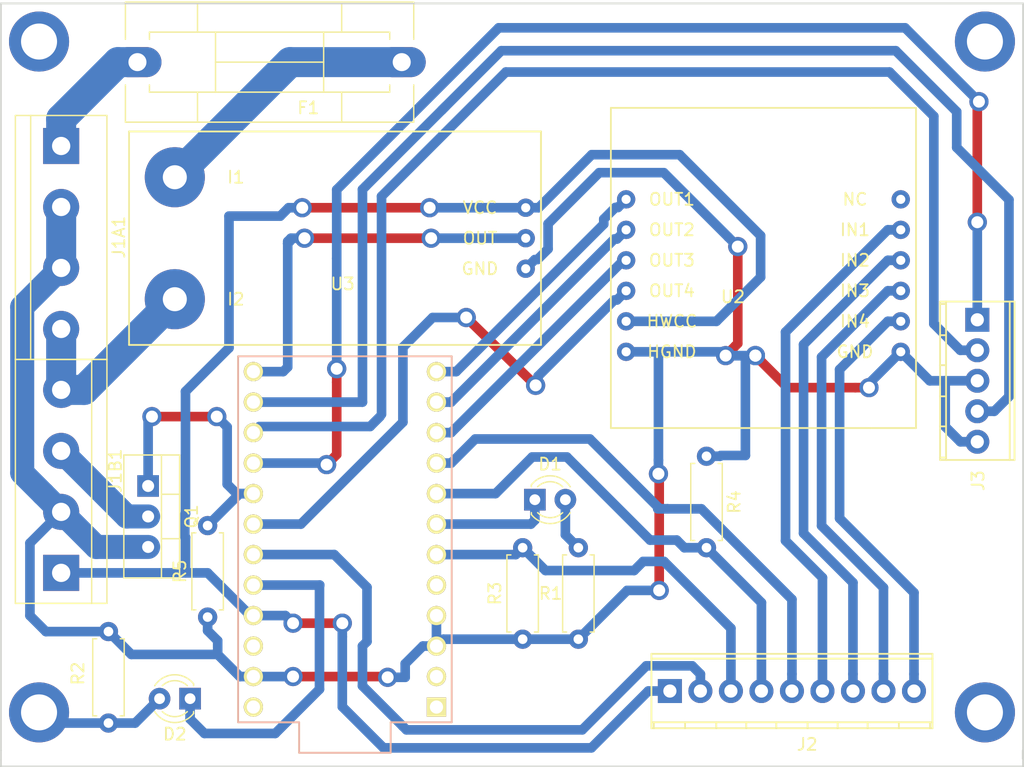
<source format=kicad_pcb>
(kicad_pcb (version 20171130) (host pcbnew 5.0.2-bee76a0~70~ubuntu14.04.1)

  (general
    (thickness 1.6)
    (drawings 8)
    (tracks 309)
    (zones 0)
    (modules 16)
    (nets 28)
  )

  (page A4)
  (layers
    (0 F.Cu signal)
    (31 B.Cu signal)
    (32 B.Adhes user hide)
    (33 F.Adhes user hide)
    (34 B.Paste user hide)
    (35 F.Paste user hide)
    (36 B.SilkS user hide)
    (37 F.SilkS user)
    (38 B.Mask user hide)
    (39 F.Mask user hide)
    (40 Dwgs.User user hide)
    (41 Cmts.User user hide)
    (42 Eco1.User user hide)
    (43 Eco2.User user hide)
    (44 Edge.Cuts user)
    (45 Margin user hide)
    (46 B.CrtYd user hide)
    (47 F.CrtYd user hide)
    (48 B.Fab user hide)
    (49 F.Fab user hide)
  )

  (setup
    (last_trace_width 0.8)
    (trace_clearance 0.7)
    (zone_clearance 0.508)
    (zone_45_only no)
    (trace_min 0.8)
    (segment_width 0.2)
    (edge_width 0.15)
    (via_size 1.6)
    (via_drill 1)
    (via_min_size 1.6)
    (via_min_drill 1)
    (uvia_size 0.3)
    (uvia_drill 0.1)
    (uvias_allowed no)
    (uvia_min_size 0.2)
    (uvia_min_drill 0.1)
    (pcb_text_width 0.3)
    (pcb_text_size 1.5 1.5)
    (mod_edge_width 0.15)
    (mod_text_size 1 1)
    (mod_text_width 0.15)
    (pad_size 1.524 1.524)
    (pad_drill 0.762)
    (pad_to_mask_clearance 0.051)
    (solder_mask_min_width 0.25)
    (aux_axis_origin 0 0)
    (grid_origin 36.6395 156.9085)
    (visible_elements 7FFFFFEF)
    (pcbplotparams
      (layerselection 0x010fc_ffffffff)
      (usegerberextensions false)
      (usegerberattributes false)
      (usegerberadvancedattributes false)
      (creategerberjobfile false)
      (excludeedgelayer true)
      (linewidth 0.100000)
      (plotframeref false)
      (viasonmask false)
      (mode 1)
      (useauxorigin false)
      (hpglpennumber 1)
      (hpglpenspeed 20)
      (hpglpendiameter 15.000000)
      (psnegative false)
      (psa4output false)
      (plotreference true)
      (plotvalue true)
      (plotinvisibletext false)
      (padsonsilk false)
      (subtractmaskfromsilk false)
      (outputformat 1)
      (mirror false)
      (drillshape 1)
      (scaleselection 1)
      (outputdirectory "/home/lbrignon/Arduino/kicad/car_auto_boot/export/"))
  )

  (net 0 "")
  (net 1 "Net-(D1-Pad2)")
  (net 2 "Net-(D1-Pad1)")
  (net 3 "Net-(D2-Pad1)")
  (net 4 "Net-(D2-Pad2)")
  (net 5 "Net-(F1-Pad1)")
  (net 6 +VDC)
  (net 7 VCC)
  (net 8 /LOCK_SW2)
  (net 9 /LOCK_SW1)
  (net 10 /SERVO_POS_FB)
  (net 11 /MOTOR1_PWM)
  (net 12 /MOTOR1_DIR)
  (net 13 /MOTOR2_PWM)
  (net 14 -BATT)
  (net 15 /12V_DRIVERS)
  (net 16 /AUX_IN1)
  (net 17 /AUX_IN2)
  (net 18 /AUX_IN3)
  (net 19 /I_MEASURE)
  (net 20 "Net-(J2-Pad9)")
  (net 21 "Net-(J2-Pad8)")
  (net 22 "Net-(J2-Pad7)")
  (net 23 "Net-(J2-Pad6)")
  (net 24 /SERVO_PWM)
  (net 25 /AUX_IN4)
  (net 26 /0V_DRIVERS)
  (net 27 "Net-(Q1-Pad1)")

  (net_class Default "This is the default net class."
    (clearance 0.7)
    (trace_width 0.8)
    (via_dia 1.6)
    (via_drill 1)
    (uvia_dia 0.3)
    (uvia_drill 0.1)
    (diff_pair_gap 1)
    (diff_pair_width 1)
    (add_net +VDC)
    (add_net -BATT)
    (add_net /0V_DRIVERS)
    (add_net /12V_DRIVERS)
    (add_net /AUX_IN1)
    (add_net /AUX_IN2)
    (add_net /AUX_IN3)
    (add_net /AUX_IN4)
    (add_net /I_MEASURE)
    (add_net /LOCK_SW1)
    (add_net /LOCK_SW2)
    (add_net /MOTOR1_DIR)
    (add_net /MOTOR1_PWM)
    (add_net /MOTOR2_PWM)
    (add_net /SERVO_POS_FB)
    (add_net /SERVO_PWM)
    (add_net "Net-(D1-Pad1)")
    (add_net "Net-(D1-Pad2)")
    (add_net "Net-(D2-Pad1)")
    (add_net "Net-(D2-Pad2)")
    (add_net "Net-(F1-Pad1)")
    (add_net "Net-(J2-Pad6)")
    (add_net "Net-(J2-Pad7)")
    (add_net "Net-(J2-Pad8)")
    (add_net "Net-(J2-Pad9)")
    (add_net "Net-(Q1-Pad1)")
    (add_net VCC)
  )

  (module lorenzo2018:HW399_BO (layer F.Cu) (tedit 5C28F750) (tstamp 5C28FA2B)
    (at 98.4015 114.1095)
    (path /5C23E3F6)
    (fp_text reference U2 (at 0 3.04) (layer F.SilkS)
      (effects (font (size 1 1) (thickness 0.15)))
    )
    (fp_text value HW399_bo (at 0 -2.54) (layer F.Fab)
      (effects (font (size 1 1) (thickness 0.15)))
    )
    (fp_line (start 11.43 13.97) (end 15.24 13.97) (layer F.SilkS) (width 0.15))
    (fp_line (start 11.43 -12.7) (end 15.24 -12.7) (layer F.SilkS) (width 0.15))
    (fp_text user GND (at 10.16 7.62) (layer F.SilkS)
      (effects (font (size 1 1) (thickness 0.15)))
    )
    (fp_text user IN2 (at 10.16 0) (layer F.SilkS)
      (effects (font (size 1 1) (thickness 0.15)))
    )
    (fp_text user NC (at 10.16 -5.08) (layer F.SilkS)
      (effects (font (size 1 1) (thickness 0.15)))
    )
    (fp_text user IN3 (at 10.16 2.54) (layer F.SilkS)
      (effects (font (size 1 1) (thickness 0.15)))
    )
    (fp_text user IN1 (at 10.16 -2.54) (layer F.SilkS)
      (effects (font (size 1 1) (thickness 0.15)))
    )
    (fp_text user IN4 (at 10.16 5.08) (layer F.SilkS)
      (effects (font (size 1 1) (thickness 0.15)))
    )
    (fp_text user OUT4 (at -5.08 2.54) (layer F.SilkS)
      (effects (font (size 1 1) (thickness 0.15)))
    )
    (fp_text user HGND (at -5.08 7.62) (layer F.SilkS)
      (effects (font (size 1 1) (thickness 0.15)))
    )
    (fp_text user HWCC (at -5.08 5.08) (layer F.SilkS)
      (effects (font (size 1 1) (thickness 0.15)))
    )
    (fp_text user OUT3 (at -5.08 0) (layer F.SilkS)
      (effects (font (size 1 1) (thickness 0.15)))
    )
    (fp_text user OUT2 (at -5.08 -2.54) (layer F.SilkS)
      (effects (font (size 1 1) (thickness 0.15)))
    )
    (fp_text user OUT1 (at -5.08 -5.08) (layer F.SilkS)
      (effects (font (size 1 1) (thickness 0.15)))
    )
    (fp_line (start 11.43 -12.7) (end -10.16 -12.7) (layer F.SilkS) (width 0.15))
    (fp_line (start 15.24 13.97) (end 15.24 -12.7) (layer F.SilkS) (width 0.15))
    (fp_line (start -10.16 13.97) (end 11.43 13.97) (layer F.SilkS) (width 0.15))
    (fp_line (start -10.16 -12.7) (end -10.16 13.97) (layer F.SilkS) (width 0.15))
    (pad 12 thru_hole circle (at 13.97 7.62) (size 1.524 1.524) (drill 0.762) (layers *.Cu *.Mask)
      (net 14 -BATT))
    (pad 11 thru_hole circle (at 13.97 5.08) (size 1.524 1.524) (drill 0.762) (layers *.Cu *.Mask)
      (net 20 "Net-(J2-Pad9)"))
    (pad 10 thru_hole circle (at 13.97 2.54) (size 1.524 1.524) (drill 0.762) (layers *.Cu *.Mask)
      (net 21 "Net-(J2-Pad8)"))
    (pad 9 thru_hole circle (at 13.97 0) (size 1.524 1.524) (drill 0.762) (layers *.Cu *.Mask)
      (net 22 "Net-(J2-Pad7)"))
    (pad 8 thru_hole circle (at 13.97 -2.54) (size 1.524 1.524) (drill 0.762) (layers *.Cu *.Mask)
      (net 23 "Net-(J2-Pad6)"))
    (pad 7 thru_hole circle (at 13.97 -5.08) (size 1.524 1.524) (drill 0.762) (layers *.Cu *.Mask))
    (pad 6 thru_hole circle (at -8.89 7.62) (size 1.524 1.524) (drill 0.762) (layers *.Cu *.Mask)
      (net 14 -BATT))
    (pad 5 thru_hole circle (at -8.89 5.08) (size 1.524 1.524) (drill 0.762) (layers *.Cu *.Mask)
      (net 7 VCC))
    (pad 4 thru_hole circle (at -8.89 2.54) (size 1.524 1.524) (drill 0.762) (layers *.Cu *.Mask)
      (net 25 /AUX_IN4))
    (pad 3 thru_hole circle (at -8.89 0) (size 1.524 1.524) (drill 0.762) (layers *.Cu *.Mask)
      (net 18 /AUX_IN3))
    (pad 2 thru_hole circle (at -8.89 -2.54) (size 1.524 1.524) (drill 0.762) (layers *.Cu *.Mask)
      (net 17 /AUX_IN2))
    (pad 1 thru_hole circle (at -8.89 -5.08) (size 1.524 1.524) (drill 0.762) (layers *.Cu *.Mask)
      (net 16 /AUX_IN1))
  )

  (module "Arduino pro micro:ProMicro" (layer F.Cu) (tedit 5A06A962) (tstamp 5C241BD4)
    (at 66.1035 137.3505 90)
    (descr "Pro Micro footprint")
    (tags "promicro ProMicro")
    (path /5C24183B)
    (fp_text reference U1 (at 0.889 1.143 90) (layer F.SilkS) hide
      (effects (font (size 1 1) (thickness 0.15)))
    )
    (fp_text value ProMicro (at 0 10.16 90) (layer F.Fab)
      (effects (font (size 1 1) (thickness 0.15)))
    )
    (fp_line (start 15.24 -8.89) (end 15.24 8.89) (layer B.SilkS) (width 0.15))
    (fp_line (start 15.24 8.89) (end -15.24 8.89) (layer B.SilkS) (width 0.15))
    (fp_line (start -15.24 8.89) (end -15.24 3.81) (layer B.SilkS) (width 0.15))
    (fp_line (start -15.24 3.81) (end -17.78 3.81) (layer B.SilkS) (width 0.15))
    (fp_line (start -17.78 3.81) (end -17.78 -3.81) (layer B.SilkS) (width 0.15))
    (fp_line (start -17.78 -3.81) (end -15.24 -3.81) (layer B.SilkS) (width 0.15))
    (fp_line (start -15.24 -3.81) (end -15.24 -8.89) (layer B.SilkS) (width 0.15))
    (fp_line (start -15.24 -8.89) (end 15.24 -8.89) (layer B.SilkS) (width 0.15))
    (fp_line (start -15.24 8.89) (end 15.24 8.89) (layer F.SilkS) (width 0.15))
    (fp_line (start -15.24 8.89) (end -15.24 3.81) (layer F.SilkS) (width 0.15))
    (fp_line (start -15.24 3.81) (end -17.78 3.81) (layer F.SilkS) (width 0.15))
    (fp_line (start -17.78 3.81) (end -17.78 -3.81) (layer F.SilkS) (width 0.15))
    (fp_line (start -17.78 -3.81) (end -15.24 -3.81) (layer F.SilkS) (width 0.15))
    (fp_line (start -15.24 -3.81) (end -15.24 -8.89) (layer F.SilkS) (width 0.15))
    (fp_line (start -15.24 -8.89) (end 15.24 -8.89) (layer F.SilkS) (width 0.15))
    (fp_line (start 15.24 -8.89) (end 15.24 8.89) (layer F.SilkS) (width 0.15))
    (pad 1 thru_hole rect (at -13.97 7.62 90) (size 1.6 1.6) (drill 1.1) (layers *.Cu *.Mask F.SilkS))
    (pad 2 thru_hole circle (at -11.43 7.62 90) (size 1.6 1.6) (drill 1.1) (layers *.Cu *.Mask F.SilkS))
    (pad 3 thru_hole circle (at -8.89 7.62 90) (size 1.6 1.6) (drill 1.1) (layers *.Cu *.Mask F.SilkS)
      (net 14 -BATT))
    (pad 4 thru_hole circle (at -6.35 7.62 90) (size 1.6 1.6) (drill 1.1) (layers *.Cu *.Mask F.SilkS)
      (net 14 -BATT))
    (pad 5 thru_hole circle (at -3.81 7.62 90) (size 1.6 1.6) (drill 1.1) (layers *.Cu *.Mask F.SilkS))
    (pad 6 thru_hole circle (at -1.27 7.62 90) (size 1.6 1.6) (drill 1.1) (layers *.Cu *.Mask F.SilkS)
      (net 9 /LOCK_SW1))
    (pad 7 thru_hole circle (at 1.27 7.62 90) (size 1.6 1.6) (drill 1.1) (layers *.Cu *.Mask F.SilkS)
      (net 2 "Net-(D1-Pad1)"))
    (pad 8 thru_hole circle (at 3.81 7.62 90) (size 1.6 1.6) (drill 1.1) (layers *.Cu *.Mask F.SilkS)
      (net 8 /LOCK_SW2))
    (pad 9 thru_hole circle (at 6.35 7.62 90) (size 1.6 1.6) (drill 1.1) (layers *.Cu *.Mask F.SilkS)
      (net 24 /SERVO_PWM))
    (pad 10 thru_hole circle (at 8.89 7.62 90) (size 1.6 1.6) (drill 1.1) (layers *.Cu *.Mask F.SilkS)
      (net 18 /AUX_IN3))
    (pad 11 thru_hole circle (at 11.43 7.62 90) (size 1.6 1.6) (drill 1.1) (layers *.Cu *.Mask F.SilkS)
      (net 17 /AUX_IN2))
    (pad 12 thru_hole circle (at 13.97 7.62 90) (size 1.6 1.6) (drill 1.1) (layers *.Cu *.Mask F.SilkS)
      (net 16 /AUX_IN1))
    (pad 13 thru_hole circle (at 13.97 -7.62 90) (size 1.6 1.6) (drill 1.1) (layers *.Cu *.Mask F.SilkS)
      (net 19 /I_MEASURE))
    (pad 14 thru_hole circle (at 11.43 -7.62 90) (size 1.6 1.6) (drill 1.1) (layers *.Cu *.Mask F.SilkS)
      (net 13 /MOTOR2_PWM))
    (pad 15 thru_hole circle (at 8.89 -7.62 90) (size 1.6 1.6) (drill 1.1) (layers *.Cu *.Mask F.SilkS)
      (net 11 /MOTOR1_PWM))
    (pad 16 thru_hole circle (at 6.35 -7.62 90) (size 1.6 1.6) (drill 1.1) (layers *.Cu *.Mask F.SilkS)
      (net 12 /MOTOR1_DIR))
    (pad 17 thru_hole circle (at 3.81 -7.62 90) (size 1.6 1.6) (drill 1.1) (layers *.Cu *.Mask F.SilkS)
      (net 27 "Net-(Q1-Pad1)"))
    (pad 18 thru_hole circle (at 1.27 -7.62 90) (size 1.6 1.6) (drill 1.1) (layers *.Cu *.Mask F.SilkS)
      (net 25 /AUX_IN4))
    (pad 19 thru_hole circle (at -1.27 -7.62 90) (size 1.6 1.6) (drill 1.1) (layers *.Cu *.Mask F.SilkS)
      (net 10 /SERVO_POS_FB))
    (pad 20 thru_hole circle (at -3.81 -7.62 90) (size 1.6 1.6) (drill 1.1) (layers *.Cu *.Mask F.SilkS)
      (net 3 "Net-(D2-Pad1)"))
    (pad 21 thru_hole circle (at -6.35 -7.62 90) (size 1.6 1.6) (drill 1.1) (layers *.Cu *.Mask F.SilkS)
      (net 7 VCC))
    (pad 22 thru_hole circle (at -8.89 -7.62 90) (size 1.6 1.6) (drill 1.1) (layers *.Cu *.Mask F.SilkS))
    (pad 23 thru_hole circle (at -11.43 -7.62 90) (size 1.6 1.6) (drill 1.1) (layers *.Cu *.Mask F.SilkS)
      (net 14 -BATT))
    (pad 24 thru_hole circle (at -13.97 -7.62 90) (size 1.6 1.6) (drill 1.1) (layers *.Cu *.Mask F.SilkS))
  )

  (module LEDs:LED_D3.0mm (layer F.Cu) (tedit 587A3A7B) (tstamp 5C241B40)
    (at 81.915 134.0485)
    (descr "LED, diameter 3.0mm, 2 pins")
    (tags "LED diameter 3.0mm 2 pins")
    (path /5C2637ED)
    (fp_text reference D1 (at 1.27 -2.96) (layer F.SilkS)
      (effects (font (size 1 1) (thickness 0.15)))
    )
    (fp_text value "LED ERR" (at 1.27 2.96) (layer F.Fab)
      (effects (font (size 1 1) (thickness 0.15)))
    )
    (fp_line (start 3.7 -2.25) (end -1.15 -2.25) (layer F.CrtYd) (width 0.05))
    (fp_line (start 3.7 2.25) (end 3.7 -2.25) (layer F.CrtYd) (width 0.05))
    (fp_line (start -1.15 2.25) (end 3.7 2.25) (layer F.CrtYd) (width 0.05))
    (fp_line (start -1.15 -2.25) (end -1.15 2.25) (layer F.CrtYd) (width 0.05))
    (fp_line (start -0.29 1.08) (end -0.29 1.236) (layer F.SilkS) (width 0.12))
    (fp_line (start -0.29 -1.236) (end -0.29 -1.08) (layer F.SilkS) (width 0.12))
    (fp_line (start -0.23 -1.16619) (end -0.23 1.16619) (layer F.Fab) (width 0.1))
    (fp_circle (center 1.27 0) (end 2.77 0) (layer F.Fab) (width 0.1))
    (fp_arc (start 1.27 0) (end 0.229039 1.08) (angle -87.9) (layer F.SilkS) (width 0.12))
    (fp_arc (start 1.27 0) (end 0.229039 -1.08) (angle 87.9) (layer F.SilkS) (width 0.12))
    (fp_arc (start 1.27 0) (end -0.29 1.235516) (angle -108.8) (layer F.SilkS) (width 0.12))
    (fp_arc (start 1.27 0) (end -0.29 -1.235516) (angle 108.8) (layer F.SilkS) (width 0.12))
    (fp_arc (start 1.27 0) (end -0.23 -1.16619) (angle 284.3) (layer F.Fab) (width 0.1))
    (pad 2 thru_hole circle (at 2.54 0) (size 1.8 1.8) (drill 0.9) (layers *.Cu *.Mask)
      (net 1 "Net-(D1-Pad2)"))
    (pad 1 thru_hole rect (at 0 0) (size 1.8 1.8) (drill 0.9) (layers *.Cu *.Mask)
      (net 2 "Net-(D1-Pad1)"))
    (model ${KISYS3DMOD}/LEDs.3dshapes/LED_D3.0mm.wrl
      (at (xyz 0 0 0))
      (scale (xyz 0.393701 0.393701 0.393701))
      (rotate (xyz 0 0 0))
    )
  )

  (module LEDs:LED_D3.0mm (layer F.Cu) (tedit 587A3A7B) (tstamp 5C241966)
    (at 53.213 150.622 180)
    (descr "LED, diameter 3.0mm, 2 pins")
    (tags "LED diameter 3.0mm 2 pins")
    (path /5C263850)
    (fp_text reference D2 (at 1.27 -2.96 180) (layer F.SilkS)
      (effects (font (size 1 1) (thickness 0.15)))
    )
    (fp_text value "LED SW2" (at 1.27 2.96 180) (layer F.Fab)
      (effects (font (size 1 1) (thickness 0.15)))
    )
    (fp_arc (start 1.27 0) (end -0.23 -1.16619) (angle 284.3) (layer F.Fab) (width 0.1))
    (fp_arc (start 1.27 0) (end -0.29 -1.235516) (angle 108.8) (layer F.SilkS) (width 0.12))
    (fp_arc (start 1.27 0) (end -0.29 1.235516) (angle -108.8) (layer F.SilkS) (width 0.12))
    (fp_arc (start 1.27 0) (end 0.229039 -1.08) (angle 87.9) (layer F.SilkS) (width 0.12))
    (fp_arc (start 1.27 0) (end 0.229039 1.08) (angle -87.9) (layer F.SilkS) (width 0.12))
    (fp_circle (center 1.27 0) (end 2.77 0) (layer F.Fab) (width 0.1))
    (fp_line (start -0.23 -1.16619) (end -0.23 1.16619) (layer F.Fab) (width 0.1))
    (fp_line (start -0.29 -1.236) (end -0.29 -1.08) (layer F.SilkS) (width 0.12))
    (fp_line (start -0.29 1.08) (end -0.29 1.236) (layer F.SilkS) (width 0.12))
    (fp_line (start -1.15 -2.25) (end -1.15 2.25) (layer F.CrtYd) (width 0.05))
    (fp_line (start -1.15 2.25) (end 3.7 2.25) (layer F.CrtYd) (width 0.05))
    (fp_line (start 3.7 2.25) (end 3.7 -2.25) (layer F.CrtYd) (width 0.05))
    (fp_line (start 3.7 -2.25) (end -1.15 -2.25) (layer F.CrtYd) (width 0.05))
    (pad 1 thru_hole rect (at 0 0 180) (size 1.8 1.8) (drill 0.9) (layers *.Cu *.Mask)
      (net 3 "Net-(D2-Pad1)"))
    (pad 2 thru_hole circle (at 2.54 0 180) (size 1.8 1.8) (drill 0.9) (layers *.Cu *.Mask)
      (net 4 "Net-(D2-Pad2)"))
    (model ${KISYS3DMOD}/LEDs.3dshapes/LED_D3.0mm.wrl
      (at (xyz 0 0 0))
      (scale (xyz 0.393701 0.393701 0.393701))
      (rotate (xyz 0 0 0))
    )
  )

  (module Fuse_Holders_and_Fuses:Fuseholder5x20_horiz_SemiClosed_Casing10x25mm (layer F.Cu) (tedit 5880C4BF) (tstamp 5C2418FE)
    (at 48.8315 97.5995)
    (descr "Fuseholder, 5x20, Semi closed, horizontal, Casing 10x25mm,")
    (tags "Fuseholder 5x20 Semi closed horizontal Casing 10x25mm Sicherungshalter halbgeschlossen ")
    (path /5C240577)
    (fp_text reference F1 (at 14.224 3.81) (layer F.SilkS)
      (effects (font (size 1 1) (thickness 0.15)))
    )
    (fp_text value "Fuse 6A" (at 12.27 7.62) (layer F.Fab)
      (effects (font (size 1 1) (thickness 0.15)))
    )
    (fp_line (start 23.5 5.2) (end -1.5 5.2) (layer F.CrtYd) (width 0.05))
    (fp_line (start 23.5 5.2) (end 23.5 -5.15) (layer F.CrtYd) (width 0.05))
    (fp_line (start -1.5 -5.15) (end -1.5 5.2) (layer F.CrtYd) (width 0.05))
    (fp_line (start -1.5 -5.15) (end 23.5 -5.15) (layer F.CrtYd) (width 0.05))
    (fp_line (start -1 -5) (end -1 -1.9) (layer F.SilkS) (width 0.12))
    (fp_line (start 23 -5) (end -1 -5) (layer F.SilkS) (width 0.12))
    (fp_line (start 23 5) (end 23 1.9) (layer F.SilkS) (width 0.12))
    (fp_line (start -1 5) (end 23 5) (layer F.SilkS) (width 0.12))
    (fp_line (start -1 1.9) (end -1 5) (layer F.SilkS) (width 0.12))
    (fp_line (start 23 -1.9) (end 23 -5) (layer F.SilkS) (width 0.12))
    (fp_line (start 1 -2.5) (end 1 -1.9) (layer F.SilkS) (width 0.12))
    (fp_line (start 21 -2.5) (end 1 -2.5) (layer F.SilkS) (width 0.12))
    (fp_line (start 21 2.5) (end 21 1.9) (layer F.SilkS) (width 0.12))
    (fp_line (start 1 2.5) (end 21 2.5) (layer F.SilkS) (width 0.12))
    (fp_line (start 1 1.9) (end 1 2.5) (layer F.SilkS) (width 0.12))
    (fp_line (start 21 -1.9) (end 21 -2.5) (layer F.SilkS) (width 0.12))
    (fp_line (start 15.5 -2.5) (end 15.5 2.5) (layer F.SilkS) (width 0.12))
    (fp_line (start 6.5 -2.5) (end 6.5 2.5) (layer F.SilkS) (width 0.12))
    (fp_line (start 6.5 0) (end 15.5 0) (layer F.SilkS) (width 0.12))
    (fp_line (start 17 -5) (end 17 -2.5) (layer F.SilkS) (width 0.12))
    (fp_line (start 17 5) (end 17 2.5) (layer F.SilkS) (width 0.12))
    (fp_line (start 5 5) (end 5 2.5) (layer F.SilkS) (width 0.12))
    (fp_line (start 5 -2.5) (end 5 -5) (layer F.SilkS) (width 0.12))
    (fp_line (start 22.9 -4.9) (end -0.9 -4.9) (layer F.Fab) (width 0.1))
    (fp_line (start 22.9 4.9) (end 22.9 -4.9) (layer F.Fab) (width 0.1))
    (fp_line (start -0.9 4.9) (end 22.9 4.9) (layer F.Fab) (width 0.1))
    (fp_line (start -0.9 -4.9) (end -0.9 4.9) (layer F.Fab) (width 0.1))
    (fp_line (start 21 -2.5) (end 1 -2.5) (layer F.Fab) (width 0.1))
    (fp_line (start 21 2.5) (end 21 -2.5) (layer F.Fab) (width 0.1))
    (fp_line (start 1 2.5) (end 21 2.5) (layer F.Fab) (width 0.1))
    (fp_line (start 1 -2.5) (end 1 2.5) (layer F.Fab) (width 0.1))
    (fp_line (start 5 -4.9) (end 5 -2.5) (layer F.Fab) (width 0.1))
    (fp_line (start 6.5 -2.5) (end 6.5 2.5) (layer F.Fab) (width 0.1))
    (fp_line (start 6.5 0) (end 15.5 0) (layer F.Fab) (width 0.1))
    (fp_line (start 15.5 -2.5) (end 15.5 2.5) (layer F.Fab) (width 0.1))
    (fp_line (start 17 2.5) (end 17 4.95) (layer F.Fab) (width 0.1))
    (fp_line (start 17 -2.5) (end 17 -4.9) (layer F.Fab) (width 0.1))
    (fp_line (start 5 2.5) (end 5 4.9) (layer F.Fab) (width 0.1))
    (pad 1 thru_hole oval (at 0 0 270) (size 2.5 4) (drill 1.5) (layers *.Cu *.Mask)
      (net 5 "Net-(F1-Pad1)"))
    (pad 2 thru_hole oval (at 22 0 270) (size 2.5 4) (drill 1.5) (layers *.Cu *.Mask)
      (net 6 +VDC))
  )

  (module TerminalBlocks_Phoenix:TerminalBlock_Phoenix_MPT-2.54mm_9pol (layer F.Cu) (tedit 59FF0755) (tstamp 5C241C4B)
    (at 93.1545 149.987)
    (descr "9-way 2.54mm pitch terminal block, Phoenix MPT series")
    (path /5C251653)
    (fp_text reference J2 (at 11.43 4.445) (layer F.SilkS)
      (effects (font (size 1 1) (thickness 0.15)))
    )
    (fp_text value Signal_Terminal (at 10.16 4.50088) (layer F.Fab)
      (effects (font (size 1 1) (thickness 0.15)))
    )
    (fp_line (start -1.5367 -3.0988) (end -1.5367 3.0988) (layer F.SilkS) (width 0.15))
    (fp_line (start 21.8567 3.0988) (end 21.8567 -3.0988) (layer F.SilkS) (width 0.15))
    (fp_line (start 1.26492 3.0988) (end 1.26492 2.60096) (layer F.SilkS) (width 0.15))
    (fp_line (start 21.65858 2.60096) (end 21.65858 3.0988) (layer F.SilkS) (width 0.15))
    (fp_line (start -1.33858 3.0988) (end -1.33858 2.60096) (layer F.SilkS) (width 0.15))
    (fp_line (start 3.86334 2.60096) (end 3.86334 3.0988) (layer F.SilkS) (width 0.15))
    (fp_line (start 6.36016 2.60096) (end 6.36016 3.0988) (layer F.SilkS) (width 0.15))
    (fp_line (start 13.96238 2.60096) (end 13.96238 3.0988) (layer F.SilkS) (width 0.15))
    (fp_line (start 16.4592 2.60096) (end 16.4592 3.0988) (layer F.SilkS) (width 0.15))
    (fp_line (start 19.06016 2.60096) (end 19.06016 3.0988) (layer F.SilkS) (width 0.15))
    (fp_line (start 11.46048 2.60096) (end 11.46048 3.0988) (layer F.SilkS) (width 0.15))
    (fp_line (start 21.85924 -3.0988) (end -1.53924 -3.0988) (layer F.SilkS) (width 0.15))
    (fp_line (start -1.53924 -2.70002) (end 21.85924 -2.70002) (layer F.SilkS) (width 0.15))
    (fp_line (start 21.85924 2.60096) (end -1.53924 2.60096) (layer F.SilkS) (width 0.15))
    (fp_line (start -1.53924 3.0988) (end 21.85924 3.0988) (layer F.SilkS) (width 0.15))
    (fp_line (start 8.85952 2.60096) (end 8.85952 3.0988) (layer F.SilkS) (width 0.15))
    (fp_line (start 22.1 -3.3) (end 22.1 3.3) (layer F.CrtYd) (width 0.05))
    (fp_line (start 22.1 3.3) (end -1.78 3.3) (layer F.CrtYd) (width 0.05))
    (fp_line (start -1.78 3.3) (end -1.78 -3.3) (layer F.CrtYd) (width 0.05))
    (fp_line (start -1.78 -3.3) (end 22.1 -3.3) (layer F.CrtYd) (width 0.05))
    (fp_text user %R (at 10.16 0) (layer F.Fab)
      (effects (font (size 1 1) (thickness 0.15)))
    )
    (pad 9 thru_hole oval (at 20.32 0 180) (size 1.99898 1.99898) (drill 1.09728) (layers *.Cu *.Mask)
      (net 20 "Net-(J2-Pad9)"))
    (pad 8 thru_hole oval (at 17.78 0 180) (size 1.99898 1.99898) (drill 1.09728) (layers *.Cu *.Mask)
      (net 21 "Net-(J2-Pad8)"))
    (pad 7 thru_hole oval (at 15.24 0 180) (size 1.99898 1.99898) (drill 1.09728) (layers *.Cu *.Mask)
      (net 22 "Net-(J2-Pad7)"))
    (pad 6 thru_hole oval (at 12.7 0 180) (size 1.99898 1.99898) (drill 1.09728) (layers *.Cu *.Mask)
      (net 23 "Net-(J2-Pad6)"))
    (pad 5 thru_hole oval (at 10.16 0 180) (size 1.99898 1.99898) (drill 1.09728) (layers *.Cu *.Mask)
      (net 24 /SERVO_PWM))
    (pad 3 thru_hole oval (at 5.08 0 180) (size 1.99898 1.99898) (drill 1.09728) (layers *.Cu *.Mask)
      (net 9 /LOCK_SW1))
    (pad 2 thru_hole oval (at 2.54 0 180) (size 1.99898 1.99898) (drill 1.09728) (layers *.Cu *.Mask)
      (net 10 /SERVO_POS_FB))
    (pad 1 thru_hole rect (at 0 0 180) (size 1.99898 1.99898) (drill 1.09728) (layers *.Cu *.Mask)
      (net 7 VCC))
    (pad 4 thru_hole oval (at 7.62 0 180) (size 1.99898 1.99898) (drill 1.09728) (layers *.Cu *.Mask)
      (net 8 /LOCK_SW2))
    (model ${KISYS3DMOD}/TerminalBlock_Phoenix.3dshapes/TerminalBlock_Phoenix_MPT-2.54mm_9pol.wrl
      (offset (xyz 10.15999984741211 0 0))
      (scale (xyz 1 1 1))
      (rotate (xyz 0 0 0))
    )
  )

  (module TerminalBlocks_Phoenix:TerminalBlock_Phoenix_MPT-2.54mm_5pol (layer F.Cu) (tedit 59FF0755) (tstamp 5C241ABD)
    (at 118.745 119.0625 270)
    (descr "5-way 2.54mm pitch terminal block, Phoenix MPT series")
    (path /5C2E0481)
    (fp_text reference J3 (at 13.3985 -0.0635 270) (layer F.SilkS)
      (effects (font (size 1 1) (thickness 0.15)))
    )
    (fp_text value Conn_01x05 (at 5.08 4.50088 270) (layer F.Fab)
      (effects (font (size 1 1) (thickness 0.15)))
    )
    (fp_line (start -1.51638 -3.0988) (end -1.51638 3.0988) (layer F.SilkS) (width 0.15))
    (fp_line (start 11.67638 3.0988) (end 11.67638 -3.0988) (layer F.SilkS) (width 0.15))
    (fp_line (start 1.2827 3.0988) (end 1.2827 2.60096) (layer F.SilkS) (width 0.15))
    (fp_line (start 11.47826 2.60096) (end 11.47826 3.0988) (layer F.SilkS) (width 0.15))
    (fp_line (start -1.31826 3.0988) (end -1.31826 2.60096) (layer F.SilkS) (width 0.15))
    (fp_line (start 3.77952 2.60096) (end 3.77952 3.0988) (layer F.SilkS) (width 0.15))
    (fp_line (start 6.37794 2.60096) (end 6.37794 3.0988) (layer F.SilkS) (width 0.15))
    (fp_line (start 11.67892 -3.0988) (end -1.51892 -3.0988) (layer F.SilkS) (width 0.15))
    (fp_line (start -1.51892 -2.70002) (end 11.67892 -2.70002) (layer F.SilkS) (width 0.15))
    (fp_line (start -1.51892 2.60096) (end 11.67892 2.60096) (layer F.SilkS) (width 0.15))
    (fp_line (start 11.67892 3.0988) (end -1.51892 3.0988) (layer F.SilkS) (width 0.15))
    (fp_line (start 8.87984 2.60096) (end 8.87984 3.0988) (layer F.SilkS) (width 0.15))
    (fp_line (start 11.94 -3.3) (end 11.94 3.3) (layer F.CrtYd) (width 0.05))
    (fp_line (start 11.94 3.3) (end -1.78 3.3) (layer F.CrtYd) (width 0.05))
    (fp_line (start -1.78 3.3) (end -1.78 -3.3) (layer F.CrtYd) (width 0.05))
    (fp_line (start -1.78 -3.3) (end 11.94 -3.3) (layer F.CrtYd) (width 0.05))
    (fp_text user %R (at 5.08 0 270) (layer F.Fab)
      (effects (font (size 1 1) (thickness 0.15)))
    )
    (pad 5 thru_hole oval (at 10.16 0 90) (size 1.99898 1.99898) (drill 1.09728) (layers *.Cu *.Mask)
      (net 14 -BATT))
    (pad 3 thru_hole oval (at 5.08 0 90) (size 1.99898 1.99898) (drill 1.09728) (layers *.Cu *.Mask)
      (net 14 -BATT))
    (pad 2 thru_hole oval (at 2.54 0 90) (size 1.99898 1.99898) (drill 1.09728) (layers *.Cu *.Mask)
      (net 11 /MOTOR1_PWM))
    (pad 1 thru_hole rect (at 0 0 90) (size 1.99898 1.99898) (drill 1.09728) (layers *.Cu *.Mask)
      (net 12 /MOTOR1_DIR))
    (pad 4 thru_hole oval (at 7.62 0 90) (size 1.99898 1.99898) (drill 1.09728) (layers *.Cu *.Mask)
      (net 13 /MOTOR2_PWM))
    (model ${KISYS3DMOD}/TerminalBlock_Phoenix.3dshapes/TerminalBlock_Phoenix_MPT-2.54mm_5pol.wrl
      (offset (xyz 5.079999923706055 0 0))
      (scale (xyz 1 1 1))
      (rotate (xyz 0 0 0))
    )
  )

  (module Connectors_Terminal_Blocks:TerminalBlock_bornier-4_P5.08mm (layer F.Cu) (tedit 59FF03D1) (tstamp 5C2915FE)
    (at 42.4815 104.5845 270)
    (descr "simple 4-pin terminal block, pitch 5.08mm, revamped version of bornier4")
    (tags "terminal block bornier4")
    (path /5C32A4F0)
    (fp_text reference J1A1 (at 7.6 -4.8 270) (layer F.SilkS)
      (effects (font (size 1 1) (thickness 0.15)))
    )
    (fp_text value Power_Terminal_1 (at 7.6 4.75 270) (layer F.Fab)
      (effects (font (size 1 1) (thickness 0.15)))
    )
    (fp_line (start 17.97 4) (end -2.73 4) (layer F.CrtYd) (width 0.05))
    (fp_line (start 17.97 4) (end 17.97 -4) (layer F.CrtYd) (width 0.05))
    (fp_line (start -2.73 -4) (end -2.73 4) (layer F.CrtYd) (width 0.05))
    (fp_line (start -2.73 -4) (end 17.97 -4) (layer F.CrtYd) (width 0.05))
    (fp_line (start -2.54 3.81) (end 17.78 3.81) (layer F.SilkS) (width 0.12))
    (fp_line (start -2.54 -3.81) (end 17.78 -3.81) (layer F.SilkS) (width 0.12))
    (fp_line (start 17.78 2.54) (end -2.54 2.54) (layer F.SilkS) (width 0.12))
    (fp_line (start 17.78 3.81) (end 17.78 -3.81) (layer F.SilkS) (width 0.12))
    (fp_line (start -2.54 -3.81) (end -2.54 3.81) (layer F.SilkS) (width 0.12))
    (fp_line (start 17.72 3.75) (end -2.43 3.75) (layer F.Fab) (width 0.1))
    (fp_line (start 17.72 -3.75) (end 17.72 3.75) (layer F.Fab) (width 0.1))
    (fp_line (start -2.48 -3.75) (end 17.72 -3.75) (layer F.Fab) (width 0.1))
    (fp_line (start -2.48 3.75) (end -2.48 -3.75) (layer F.Fab) (width 0.1))
    (fp_line (start -2.43 3.75) (end -2.48 3.75) (layer F.Fab) (width 0.1))
    (fp_line (start -2.48 2.55) (end 17.72 2.55) (layer F.Fab) (width 0.1))
    (fp_text user %R (at 7.62 0 270) (layer F.Fab)
      (effects (font (size 1 1) (thickness 0.15)))
    )
    (pad 4 thru_hole circle (at 15.24 0 270) (size 3 3) (drill 1.52) (layers *.Cu *.Mask)
      (net 15 /12V_DRIVERS))
    (pad 1 thru_hole rect (at 0 0 270) (size 3 3) (drill 1.52) (layers *.Cu *.Mask)
      (net 5 "Net-(F1-Pad1)"))
    (pad 3 thru_hole circle (at 10.16 0 270) (size 3 3) (drill 1.52) (layers *.Cu *.Mask)
      (net 14 -BATT))
    (pad 2 thru_hole circle (at 5.08 0 270) (size 3 3) (drill 1.52) (layers *.Cu *.Mask)
      (net 14 -BATT))
    (model ${KISYS3DMOD}/Terminal_Blocks.3dshapes/TerminalBlock_bornier-4_P5.08mm.wrl
      (offset (xyz 7.619999885559082 0 0))
      (scale (xyz 1 1 1))
      (rotate (xyz 0 0 0))
    )
  )

  (module Connectors_Terminal_Blocks:TerminalBlock_bornier-4_P5.08mm (layer F.Cu) (tedit 59FF03D1) (tstamp 5C2418A5)
    (at 42.4815 140.1445 90)
    (descr "simple 4-pin terminal block, pitch 5.08mm, revamped version of bornier4")
    (tags "terminal block bornier4")
    (path /5C33B1B1)
    (fp_text reference J1B1 (at 8.509 4.5085 90) (layer F.SilkS)
      (effects (font (size 1 1) (thickness 0.15)))
    )
    (fp_text value Power_Terminal_2 (at 7.6 4.75 90) (layer F.Fab)
      (effects (font (size 1 1) (thickness 0.15)))
    )
    (fp_text user %R (at 7.62 0 90) (layer F.Fab)
      (effects (font (size 1 1) (thickness 0.15)))
    )
    (fp_line (start -2.48 2.55) (end 17.72 2.55) (layer F.Fab) (width 0.1))
    (fp_line (start -2.43 3.75) (end -2.48 3.75) (layer F.Fab) (width 0.1))
    (fp_line (start -2.48 3.75) (end -2.48 -3.75) (layer F.Fab) (width 0.1))
    (fp_line (start -2.48 -3.75) (end 17.72 -3.75) (layer F.Fab) (width 0.1))
    (fp_line (start 17.72 -3.75) (end 17.72 3.75) (layer F.Fab) (width 0.1))
    (fp_line (start 17.72 3.75) (end -2.43 3.75) (layer F.Fab) (width 0.1))
    (fp_line (start -2.54 -3.81) (end -2.54 3.81) (layer F.SilkS) (width 0.12))
    (fp_line (start 17.78 3.81) (end 17.78 -3.81) (layer F.SilkS) (width 0.12))
    (fp_line (start 17.78 2.54) (end -2.54 2.54) (layer F.SilkS) (width 0.12))
    (fp_line (start -2.54 -3.81) (end 17.78 -3.81) (layer F.SilkS) (width 0.12))
    (fp_line (start -2.54 3.81) (end 17.78 3.81) (layer F.SilkS) (width 0.12))
    (fp_line (start -2.73 -4) (end 17.97 -4) (layer F.CrtYd) (width 0.05))
    (fp_line (start -2.73 -4) (end -2.73 4) (layer F.CrtYd) (width 0.05))
    (fp_line (start 17.97 4) (end 17.97 -4) (layer F.CrtYd) (width 0.05))
    (fp_line (start 17.97 4) (end -2.73 4) (layer F.CrtYd) (width 0.05))
    (pad 2 thru_hole circle (at 5.08 0 90) (size 3 3) (drill 1.52) (layers *.Cu *.Mask)
      (net 14 -BATT))
    (pad 3 thru_hole circle (at 10.16 0 90) (size 3 3) (drill 1.52) (layers *.Cu *.Mask)
      (net 26 /0V_DRIVERS))
    (pad 1 thru_hole rect (at 0 0 90) (size 3 3) (drill 1.52) (layers *.Cu *.Mask)
      (net 7 VCC))
    (pad 4 thru_hole circle (at 15.24 0 90) (size 3 3) (drill 1.52) (layers *.Cu *.Mask)
      (net 15 /12V_DRIVERS))
    (model ${KISYS3DMOD}/Terminal_Blocks.3dshapes/TerminalBlock_bornier-4_P5.08mm.wrl
      (offset (xyz 7.619999885559082 0 0))
      (scale (xyz 1 1 1))
      (rotate (xyz 0 0 0))
    )
  )

  (module Resistors_THT:R_Axial_DIN0207_L6.3mm_D2.5mm_P7.62mm_Horizontal (layer F.Cu) (tedit 5874F706) (tstamp 5C241B04)
    (at 85.5345 145.669 90)
    (descr "Resistor, Axial_DIN0207 series, Axial, Horizontal, pin pitch=7.62mm, 0.25W = 1/4W, length*diameter=6.3*2.5mm^2, http://cdn-reichelt.de/documents/datenblatt/B400/1_4W%23YAG.pdf")
    (tags "Resistor Axial_DIN0207 series Axial Horizontal pin pitch 7.62mm 0.25W = 1/4W length 6.3mm diameter 2.5mm")
    (path /5C2775A3)
    (fp_text reference R1 (at 3.81 -2.31 180) (layer F.SilkS)
      (effects (font (size 1 1) (thickness 0.15)))
    )
    (fp_text value 470 (at 3.81 2.31 90) (layer F.Fab)
      (effects (font (size 1 1) (thickness 0.15)))
    )
    (fp_line (start 8.7 -1.6) (end -1.05 -1.6) (layer F.CrtYd) (width 0.05))
    (fp_line (start 8.7 1.6) (end 8.7 -1.6) (layer F.CrtYd) (width 0.05))
    (fp_line (start -1.05 1.6) (end 8.7 1.6) (layer F.CrtYd) (width 0.05))
    (fp_line (start -1.05 -1.6) (end -1.05 1.6) (layer F.CrtYd) (width 0.05))
    (fp_line (start 7.02 1.31) (end 7.02 0.98) (layer F.SilkS) (width 0.12))
    (fp_line (start 0.6 1.31) (end 7.02 1.31) (layer F.SilkS) (width 0.12))
    (fp_line (start 0.6 0.98) (end 0.6 1.31) (layer F.SilkS) (width 0.12))
    (fp_line (start 7.02 -1.31) (end 7.02 -0.98) (layer F.SilkS) (width 0.12))
    (fp_line (start 0.6 -1.31) (end 7.02 -1.31) (layer F.SilkS) (width 0.12))
    (fp_line (start 0.6 -0.98) (end 0.6 -1.31) (layer F.SilkS) (width 0.12))
    (fp_line (start 7.62 0) (end 6.96 0) (layer F.Fab) (width 0.1))
    (fp_line (start 0 0) (end 0.66 0) (layer F.Fab) (width 0.1))
    (fp_line (start 6.96 -1.25) (end 0.66 -1.25) (layer F.Fab) (width 0.1))
    (fp_line (start 6.96 1.25) (end 6.96 -1.25) (layer F.Fab) (width 0.1))
    (fp_line (start 0.66 1.25) (end 6.96 1.25) (layer F.Fab) (width 0.1))
    (fp_line (start 0.66 -1.25) (end 0.66 1.25) (layer F.Fab) (width 0.1))
    (pad 2 thru_hole oval (at 7.62 0 90) (size 1.6 1.6) (drill 0.8) (layers *.Cu *.Mask)
      (net 1 "Net-(D1-Pad2)"))
    (pad 1 thru_hole circle (at 0 0 90) (size 1.6 1.6) (drill 0.8) (layers *.Cu *.Mask)
      (net 14 -BATT))
    (model ${KISYS3DMOD}/Resistors_THT.3dshapes/R_Axial_DIN0207_L6.3mm_D2.5mm_P7.62mm_Horizontal.wrl
      (at (xyz 0 0 0))
      (scale (xyz 0.393701 0.393701 0.393701))
      (rotate (xyz 0 0 0))
    )
  )

  (module Resistors_THT:R_Axial_DIN0207_L6.3mm_D2.5mm_P7.62mm_Horizontal (layer F.Cu) (tedit 5874F706) (tstamp 5C241A3B)
    (at 46.4185 145.034 270)
    (descr "Resistor, Axial_DIN0207 series, Axial, Horizontal, pin pitch=7.62mm, 0.25W = 1/4W, length*diameter=6.3*2.5mm^2, http://cdn-reichelt.de/documents/datenblatt/B400/1_4W%23YAG.pdf")
    (tags "Resistor Axial_DIN0207 series Axial Horizontal pin pitch 7.62mm 0.25W = 1/4W length 6.3mm diameter 2.5mm")
    (path /5C279A7B)
    (fp_text reference R2 (at 3.4925 2.54 270) (layer F.SilkS)
      (effects (font (size 1 1) (thickness 0.15)))
    )
    (fp_text value 470 (at 3.81 2.31 270) (layer F.Fab)
      (effects (font (size 1 1) (thickness 0.15)))
    )
    (fp_line (start 0.66 -1.25) (end 0.66 1.25) (layer F.Fab) (width 0.1))
    (fp_line (start 0.66 1.25) (end 6.96 1.25) (layer F.Fab) (width 0.1))
    (fp_line (start 6.96 1.25) (end 6.96 -1.25) (layer F.Fab) (width 0.1))
    (fp_line (start 6.96 -1.25) (end 0.66 -1.25) (layer F.Fab) (width 0.1))
    (fp_line (start 0 0) (end 0.66 0) (layer F.Fab) (width 0.1))
    (fp_line (start 7.62 0) (end 6.96 0) (layer F.Fab) (width 0.1))
    (fp_line (start 0.6 -0.98) (end 0.6 -1.31) (layer F.SilkS) (width 0.12))
    (fp_line (start 0.6 -1.31) (end 7.02 -1.31) (layer F.SilkS) (width 0.12))
    (fp_line (start 7.02 -1.31) (end 7.02 -0.98) (layer F.SilkS) (width 0.12))
    (fp_line (start 0.6 0.98) (end 0.6 1.31) (layer F.SilkS) (width 0.12))
    (fp_line (start 0.6 1.31) (end 7.02 1.31) (layer F.SilkS) (width 0.12))
    (fp_line (start 7.02 1.31) (end 7.02 0.98) (layer F.SilkS) (width 0.12))
    (fp_line (start -1.05 -1.6) (end -1.05 1.6) (layer F.CrtYd) (width 0.05))
    (fp_line (start -1.05 1.6) (end 8.7 1.6) (layer F.CrtYd) (width 0.05))
    (fp_line (start 8.7 1.6) (end 8.7 -1.6) (layer F.CrtYd) (width 0.05))
    (fp_line (start 8.7 -1.6) (end -1.05 -1.6) (layer F.CrtYd) (width 0.05))
    (pad 1 thru_hole circle (at 0 0 270) (size 1.6 1.6) (drill 0.8) (layers *.Cu *.Mask)
      (net 14 -BATT))
    (pad 2 thru_hole oval (at 7.62 0 270) (size 1.6 1.6) (drill 0.8) (layers *.Cu *.Mask)
      (net 4 "Net-(D2-Pad2)"))
    (model ${KISYS3DMOD}/Resistors_THT.3dshapes/R_Axial_DIN0207_L6.3mm_D2.5mm_P7.62mm_Horizontal.wrl
      (at (xyz 0 0 0))
      (scale (xyz 0.393701 0.393701 0.393701))
      (rotate (xyz 0 0 0))
    )
  )

  (module Resistors_THT:R_Axial_DIN0207_L6.3mm_D2.5mm_P7.62mm_Horizontal (layer F.Cu) (tedit 5874F706) (tstamp 5C24C5A7)
    (at 80.899 145.669 90)
    (descr "Resistor, Axial_DIN0207 series, Axial, Horizontal, pin pitch=7.62mm, 0.25W = 1/4W, length*diameter=6.3*2.5mm^2, http://cdn-reichelt.de/documents/datenblatt/B400/1_4W%23YAG.pdf")
    (tags "Resistor Axial_DIN0207 series Axial Horizontal pin pitch 7.62mm 0.25W = 1/4W length 6.3mm diameter 2.5mm")
    (path /5C29F1A1)
    (fp_text reference R3 (at 3.81 -2.31 90) (layer F.SilkS)
      (effects (font (size 1 1) (thickness 0.15)))
    )
    (fp_text value 1k (at 3.81 2.31 90) (layer F.Fab)
      (effects (font (size 1 1) (thickness 0.15)))
    )
    (fp_line (start 8.7 -1.6) (end -1.05 -1.6) (layer F.CrtYd) (width 0.05))
    (fp_line (start 8.7 1.6) (end 8.7 -1.6) (layer F.CrtYd) (width 0.05))
    (fp_line (start -1.05 1.6) (end 8.7 1.6) (layer F.CrtYd) (width 0.05))
    (fp_line (start -1.05 -1.6) (end -1.05 1.6) (layer F.CrtYd) (width 0.05))
    (fp_line (start 7.02 1.31) (end 7.02 0.98) (layer F.SilkS) (width 0.12))
    (fp_line (start 0.6 1.31) (end 7.02 1.31) (layer F.SilkS) (width 0.12))
    (fp_line (start 0.6 0.98) (end 0.6 1.31) (layer F.SilkS) (width 0.12))
    (fp_line (start 7.02 -1.31) (end 7.02 -0.98) (layer F.SilkS) (width 0.12))
    (fp_line (start 0.6 -1.31) (end 7.02 -1.31) (layer F.SilkS) (width 0.12))
    (fp_line (start 0.6 -0.98) (end 0.6 -1.31) (layer F.SilkS) (width 0.12))
    (fp_line (start 7.62 0) (end 6.96 0) (layer F.Fab) (width 0.1))
    (fp_line (start 0 0) (end 0.66 0) (layer F.Fab) (width 0.1))
    (fp_line (start 6.96 -1.25) (end 0.66 -1.25) (layer F.Fab) (width 0.1))
    (fp_line (start 6.96 1.25) (end 6.96 -1.25) (layer F.Fab) (width 0.1))
    (fp_line (start 0.66 1.25) (end 6.96 1.25) (layer F.Fab) (width 0.1))
    (fp_line (start 0.66 -1.25) (end 0.66 1.25) (layer F.Fab) (width 0.1))
    (pad 2 thru_hole oval (at 7.62 0 90) (size 1.6 1.6) (drill 0.8) (layers *.Cu *.Mask)
      (net 9 /LOCK_SW1))
    (pad 1 thru_hole circle (at 0 0 90) (size 1.6 1.6) (drill 0.8) (layers *.Cu *.Mask)
      (net 14 -BATT))
    (model ${KISYS3DMOD}/Resistors_THT.3dshapes/R_Axial_DIN0207_L6.3mm_D2.5mm_P7.62mm_Horizontal.wrl
      (at (xyz 0 0 0))
      (scale (xyz 0.393701 0.393701 0.393701))
      (rotate (xyz 0 0 0))
    )
  )

  (module Resistors_THT:R_Axial_DIN0207_L6.3mm_D2.5mm_P7.62mm_Horizontal (layer F.Cu) (tedit 5874F706) (tstamp 5C241CA2)
    (at 96.2025 130.429 270)
    (descr "Resistor, Axial_DIN0207 series, Axial, Horizontal, pin pitch=7.62mm, 0.25W = 1/4W, length*diameter=6.3*2.5mm^2, http://cdn-reichelt.de/documents/datenblatt/B400/1_4W%23YAG.pdf")
    (tags "Resistor Axial_DIN0207 series Axial Horizontal pin pitch 7.62mm 0.25W = 1/4W length 6.3mm diameter 2.5mm")
    (path /5C2A1D2D)
    (fp_text reference R4 (at 3.81 -2.31 270) (layer F.SilkS)
      (effects (font (size 1 1) (thickness 0.15)))
    )
    (fp_text value 1k (at 3.81 2.31 270) (layer F.Fab)
      (effects (font (size 1 1) (thickness 0.15)))
    )
    (fp_line (start 0.66 -1.25) (end 0.66 1.25) (layer F.Fab) (width 0.1))
    (fp_line (start 0.66 1.25) (end 6.96 1.25) (layer F.Fab) (width 0.1))
    (fp_line (start 6.96 1.25) (end 6.96 -1.25) (layer F.Fab) (width 0.1))
    (fp_line (start 6.96 -1.25) (end 0.66 -1.25) (layer F.Fab) (width 0.1))
    (fp_line (start 0 0) (end 0.66 0) (layer F.Fab) (width 0.1))
    (fp_line (start 7.62 0) (end 6.96 0) (layer F.Fab) (width 0.1))
    (fp_line (start 0.6 -0.98) (end 0.6 -1.31) (layer F.SilkS) (width 0.12))
    (fp_line (start 0.6 -1.31) (end 7.02 -1.31) (layer F.SilkS) (width 0.12))
    (fp_line (start 7.02 -1.31) (end 7.02 -0.98) (layer F.SilkS) (width 0.12))
    (fp_line (start 0.6 0.98) (end 0.6 1.31) (layer F.SilkS) (width 0.12))
    (fp_line (start 0.6 1.31) (end 7.02 1.31) (layer F.SilkS) (width 0.12))
    (fp_line (start 7.02 1.31) (end 7.02 0.98) (layer F.SilkS) (width 0.12))
    (fp_line (start -1.05 -1.6) (end -1.05 1.6) (layer F.CrtYd) (width 0.05))
    (fp_line (start -1.05 1.6) (end 8.7 1.6) (layer F.CrtYd) (width 0.05))
    (fp_line (start 8.7 1.6) (end 8.7 -1.6) (layer F.CrtYd) (width 0.05))
    (fp_line (start 8.7 -1.6) (end -1.05 -1.6) (layer F.CrtYd) (width 0.05))
    (pad 1 thru_hole circle (at 0 0 270) (size 1.6 1.6) (drill 0.8) (layers *.Cu *.Mask)
      (net 14 -BATT))
    (pad 2 thru_hole oval (at 7.62 0 270) (size 1.6 1.6) (drill 0.8) (layers *.Cu *.Mask)
      (net 8 /LOCK_SW2))
    (model ${KISYS3DMOD}/Resistors_THT.3dshapes/R_Axial_DIN0207_L6.3mm_D2.5mm_P7.62mm_Horizontal.wrl
      (at (xyz 0 0 0))
      (scale (xyz 0.393701 0.393701 0.393701))
      (rotate (xyz 0 0 0))
    )
  )

  (module lorenzo2018:GY712_BO (layer F.Cu) (tedit 5C23FC91) (tstamp 5C24C877)
    (at 74.803 112.268)
    (path /5C23E361)
    (fp_text reference U3 (at -8.89 3.81) (layer F.SilkS)
      (effects (font (size 1 1) (thickness 0.15)))
    )
    (fp_text value GY712_bo (at -8.89 -3.81) (layer F.Fab)
      (effects (font (size 1 1) (thickness 0.15)))
    )
    (fp_line (start 7.62 0) (end 7.62 -8.89) (layer F.SilkS) (width 0.15))
    (fp_line (start 7.62 -8.89) (end 7.62 8.89) (layer F.SilkS) (width 0.15))
    (fp_line (start 7.62 8.89) (end -26.67 8.89) (layer F.SilkS) (width 0.15))
    (fp_line (start -26.67 8.89) (end -26.67 -8.89) (layer F.SilkS) (width 0.15))
    (fp_line (start -26.67 -8.89) (end 7.62 -8.89) (layer F.SilkS) (width 0.15))
    (fp_text user I1 (at -17.78 -5.08) (layer F.SilkS)
      (effects (font (size 1 1) (thickness 0.15)))
    )
    (fp_text user I2 (at -17.78 5.08) (layer F.SilkS)
      (effects (font (size 1 1) (thickness 0.15)))
    )
    (fp_text user VCC (at 2.54 -2.54) (layer F.SilkS)
      (effects (font (size 1 1) (thickness 0.15)))
    )
    (fp_text user OUT (at 2.54 0) (layer F.SilkS)
      (effects (font (size 1 1) (thickness 0.15)))
    )
    (fp_text user GND (at 2.54 2.54) (layer F.SilkS)
      (effects (font (size 1 1) (thickness 0.15)))
    )
    (pad 1 thru_hole circle (at 6.35 -2.54) (size 1.524 1.524) (drill 0.762) (layers *.Cu *.Mask)
      (net 7 VCC))
    (pad 2 thru_hole circle (at 6.35 0) (size 1.524 1.524) (drill 0.762) (layers *.Cu *.Mask)
      (net 19 /I_MEASURE))
    (pad 3 thru_hole circle (at 6.35 2.54) (size 1.524 1.524) (drill 0.762) (layers *.Cu *.Mask)
      (net 14 -BATT))
    (pad 4 thru_hole circle (at -22.86 -5.08) (size 5 5) (drill 2) (layers *.Cu *.Mask)
      (net 6 +VDC))
    (pad 5 thru_hole circle (at -22.86 5.08) (size 5 5) (drill 2) (layers *.Cu *.Mask)
      (net 15 /12V_DRIVERS))
  )

  (module Resistors_THT:R_Axial_DIN0207_L6.3mm_D2.5mm_P7.62mm_Horizontal (layer F.Cu) (tedit 5874F706) (tstamp 5C312128)
    (at 54.6735 143.8275 90)
    (descr "Resistor, Axial_DIN0207 series, Axial, Horizontal, pin pitch=7.62mm, 0.25W = 1/4W, length*diameter=6.3*2.5mm^2, http://cdn-reichelt.de/documents/datenblatt/B400/1_4W%23YAG.pdf")
    (tags "Resistor Axial_DIN0207 series Axial Horizontal pin pitch 7.62mm 0.25W = 1/4W length 6.3mm diameter 2.5mm")
    (path /5C3315EE)
    (fp_text reference R5 (at 3.81 -2.31 90) (layer F.SilkS)
      (effects (font (size 1 1) (thickness 0.15)))
    )
    (fp_text value 1k (at 3.81 2.31 90) (layer F.Fab)
      (effects (font (size 1 1) (thickness 0.15)))
    )
    (fp_line (start 8.7 -1.6) (end -1.05 -1.6) (layer F.CrtYd) (width 0.05))
    (fp_line (start 8.7 1.6) (end 8.7 -1.6) (layer F.CrtYd) (width 0.05))
    (fp_line (start -1.05 1.6) (end 8.7 1.6) (layer F.CrtYd) (width 0.05))
    (fp_line (start -1.05 -1.6) (end -1.05 1.6) (layer F.CrtYd) (width 0.05))
    (fp_line (start 7.02 1.31) (end 7.02 0.98) (layer F.SilkS) (width 0.12))
    (fp_line (start 0.6 1.31) (end 7.02 1.31) (layer F.SilkS) (width 0.12))
    (fp_line (start 0.6 0.98) (end 0.6 1.31) (layer F.SilkS) (width 0.12))
    (fp_line (start 7.02 -1.31) (end 7.02 -0.98) (layer F.SilkS) (width 0.12))
    (fp_line (start 0.6 -1.31) (end 7.02 -1.31) (layer F.SilkS) (width 0.12))
    (fp_line (start 0.6 -0.98) (end 0.6 -1.31) (layer F.SilkS) (width 0.12))
    (fp_line (start 7.62 0) (end 6.96 0) (layer F.Fab) (width 0.1))
    (fp_line (start 0 0) (end 0.66 0) (layer F.Fab) (width 0.1))
    (fp_line (start 6.96 -1.25) (end 0.66 -1.25) (layer F.Fab) (width 0.1))
    (fp_line (start 6.96 1.25) (end 6.96 -1.25) (layer F.Fab) (width 0.1))
    (fp_line (start 0.66 1.25) (end 6.96 1.25) (layer F.Fab) (width 0.1))
    (fp_line (start 0.66 -1.25) (end 0.66 1.25) (layer F.Fab) (width 0.1))
    (pad 2 thru_hole oval (at 7.62 0 90) (size 1.6 1.6) (drill 0.8) (layers *.Cu *.Mask)
      (net 27 "Net-(Q1-Pad1)"))
    (pad 1 thru_hole circle (at 0 0 90) (size 1.6 1.6) (drill 0.8) (layers *.Cu *.Mask)
      (net 14 -BATT))
    (model ${KISYS3DMOD}/Resistors_THT.3dshapes/R_Axial_DIN0207_L6.3mm_D2.5mm_P7.62mm_Horizontal.wrl
      (at (xyz 0 0 0))
      (scale (xyz 0.393701 0.393701 0.393701))
      (rotate (xyz 0 0 0))
    )
  )

  (module TO_SOT_Packages_THT:TO-220-3_Vertical (layer F.Cu) (tedit 58CE52AD) (tstamp 5C312399)
    (at 49.7205 132.9055 270)
    (descr "TO-220-3, Vertical, RM 2.54mm")
    (tags "TO-220-3 Vertical RM 2.54mm")
    (path /5C320BD9)
    (fp_text reference Q1 (at 2.54 -3.62 270) (layer F.SilkS)
      (effects (font (size 1 1) (thickness 0.15)))
    )
    (fp_text value IRLZ44N (at 2.54 3.92 270) (layer F.Fab)
      (effects (font (size 1 1) (thickness 0.15)))
    )
    (fp_line (start 7.79 -2.75) (end -2.71 -2.75) (layer F.CrtYd) (width 0.05))
    (fp_line (start 7.79 2.16) (end 7.79 -2.75) (layer F.CrtYd) (width 0.05))
    (fp_line (start -2.71 2.16) (end 7.79 2.16) (layer F.CrtYd) (width 0.05))
    (fp_line (start -2.71 -2.75) (end -2.71 2.16) (layer F.CrtYd) (width 0.05))
    (fp_line (start 4.391 -2.62) (end 4.391 -1.11) (layer F.SilkS) (width 0.12))
    (fp_line (start 0.69 -2.62) (end 0.69 -1.11) (layer F.SilkS) (width 0.12))
    (fp_line (start -2.58 -1.11) (end 7.66 -1.11) (layer F.SilkS) (width 0.12))
    (fp_line (start 7.66 -2.62) (end 7.66 2.021) (layer F.SilkS) (width 0.12))
    (fp_line (start -2.58 -2.62) (end -2.58 2.021) (layer F.SilkS) (width 0.12))
    (fp_line (start -2.58 2.021) (end 7.66 2.021) (layer F.SilkS) (width 0.12))
    (fp_line (start -2.58 -2.62) (end 7.66 -2.62) (layer F.SilkS) (width 0.12))
    (fp_line (start 4.39 -2.5) (end 4.39 -1.23) (layer F.Fab) (width 0.1))
    (fp_line (start 0.69 -2.5) (end 0.69 -1.23) (layer F.Fab) (width 0.1))
    (fp_line (start -2.46 -1.23) (end 7.54 -1.23) (layer F.Fab) (width 0.1))
    (fp_line (start 7.54 -2.5) (end -2.46 -2.5) (layer F.Fab) (width 0.1))
    (fp_line (start 7.54 1.9) (end 7.54 -2.5) (layer F.Fab) (width 0.1))
    (fp_line (start -2.46 1.9) (end 7.54 1.9) (layer F.Fab) (width 0.1))
    (fp_line (start -2.46 -2.5) (end -2.46 1.9) (layer F.Fab) (width 0.1))
    (fp_text user %R (at 2.54 -3.62 270) (layer F.Fab)
      (effects (font (size 1 1) (thickness 0.15)))
    )
    (pad 3 thru_hole oval (at 5.08 0 270) (size 1.8 1.8) (drill 1) (layers *.Cu *.Mask)
      (net 14 -BATT))
    (pad 2 thru_hole oval (at 2.54 0 270) (size 1.8 1.8) (drill 1) (layers *.Cu *.Mask)
      (net 26 /0V_DRIVERS))
    (pad 1 thru_hole rect (at 0 0 270) (size 1.8 1.8) (drill 1) (layers *.Cu *.Mask)
      (net 27 "Net-(Q1-Pad1)"))
    (model ${KISYS3DMOD}/TO_SOT_Packages_THT.3dshapes/TO-220-3_Vertical.wrl
      (offset (xyz 2.539999961853027 0 0))
      (scale (xyz 0.393701 0.393701 0.393701))
      (rotate (xyz 0 0 0))
    )
  )

  (gr_line (start 37.465 156.2735) (end 37.465 155.7655) (layer Edge.Cuts) (width 0.15))
  (gr_line (start 122.555 156.2735) (end 37.465 156.2735) (layer Edge.Cuts) (width 0.15))
  (gr_line (start 122.555 155.7655) (end 122.555 156.2735) (layer Edge.Cuts) (width 0.15))
  (gr_line (start 37.465 154.94) (end 37.465 155.702) (layer Edge.Cuts) (width 0.15))
  (gr_line (start 122.555 154.94) (end 122.555 155.6385) (layer Edge.Cuts) (width 0.2))
  (gr_line (start 122.555 92.71) (end 37.465 92.71) (layer Edge.Cuts) (width 0.15))
  (gr_line (start 122.555 154.94) (end 122.555 92.71) (layer Edge.Cuts) (width 0.15))
  (gr_line (start 37.465 92.71) (end 37.465 154.94) (layer Edge.Cuts) (width 0.15))

  (via (at 40.64 95.885) (size 5) (drill 3) (layers F.Cu B.Cu) (net 0))
  (via (at 119.38 151.765) (size 5) (drill 3) (layers F.Cu B.Cu) (net 0))
  (via (at 119.38 95.885) (size 5) (drill 3) (layers F.Cu B.Cu) (net 0))
  (segment (start 84.455 136.9695) (end 85.5345 138.049) (width 0.8) (layer B.Cu) (net 1))
  (segment (start 84.455 134.0485) (end 84.455 136.9695) (width 0.8) (layer B.Cu) (net 1))
  (segment (start 81.915 135.7485) (end 81.915 134.0485) (width 0.8) (layer B.Cu) (net 2))
  (segment (start 81.583 136.0805) (end 81.915 135.7485) (width 0.8) (layer B.Cu) (net 2))
  (segment (start 73.7235 136.0805) (end 81.583 136.0805) (width 0.8) (layer B.Cu) (net 2))
  (segment (start 63.985501 141.182999) (end 64.008 141.1605) (width 0.8) (layer B.Cu) (net 3))
  (segment (start 64.008 141.1605) (end 58.4835 141.1605) (width 0.8) (layer B.Cu) (net 3))
  (segment (start 63.985501 149.836501) (end 63.985501 141.182999) (width 0.8) (layer B.Cu) (net 3))
  (segment (start 60.301501 153.520501) (end 63.985501 149.836501) (width 0.8) (layer B.Cu) (net 3))
  (segment (start 54.411501 153.520501) (end 60.301501 153.520501) (width 0.8) (layer B.Cu) (net 3))
  (segment (start 53.213 152.322) (end 54.411501 153.520501) (width 0.8) (layer B.Cu) (net 3))
  (segment (start 53.213 150.622) (end 53.213 152.322) (width 0.8) (layer B.Cu) (net 3))
  (via (at 40.64 151.765) (size 5) (drill 3) (layers F.Cu B.Cu) (net 4))
  (segment (start 48.641 152.654) (end 50.673 150.622) (width 0.8) (layer B.Cu) (net 4))
  (segment (start 46.4185 152.654) (end 48.641 152.654) (width 0.8) (layer B.Cu) (net 4))
  (segment (start 41.529 152.654) (end 40.64 151.765) (width 0.8) (layer B.Cu) (net 4))
  (segment (start 46.4185 152.654) (end 41.529 152.654) (width 0.8) (layer B.Cu) (net 4))
  (segment (start 47.2085 97.5995) (end 48.8315 97.5995) (width 2.5) (layer B.Cu) (net 5))
  (segment (start 42.4815 102.3265) (end 47.2085 97.5995) (width 2.5) (layer B.Cu) (net 5))
  (segment (start 42.4815 102.3265) (end 42.4815 104.5845) (width 2.5) (layer B.Cu) (net 5))
  (segment (start 61.5315 97.5995) (end 51.943 107.188) (width 2.5) (layer B.Cu) (net 6))
  (segment (start 70.8315 97.5995) (end 61.5315 97.5995) (width 2.5) (layer B.Cu) (net 6))
  (via (at 61.7855 144.3355) (size 1.6) (drill 1) (layers F.Cu B.Cu) (net 7))
  (segment (start 61.1505 143.7005) (end 58.4835 143.7005) (width 0.8) (layer B.Cu) (net 7))
  (segment (start 61.7855 144.3355) (end 61.1505 143.7005) (width 0.8) (layer B.Cu) (net 7))
  (segment (start 81.153 109.728) (end 73.614504 109.728) (width 0.8) (layer B.Cu) (net 7))
  (segment (start 73.614504 109.728) (end 73.152 109.728) (width 0.8) (layer B.Cu) (net 7))
  (via (at 73.152 109.728) (size 1.6) (drill 1) (layers F.Cu B.Cu) (net 7))
  (segment (start 73.152 109.728) (end 62.5475 109.728) (width 0.8) (layer F.Cu) (net 7))
  (via (at 62.5475 109.728) (size 1.6) (drill 1) (layers F.Cu B.Cu) (net 7))
  (segment (start 100.706001 115.511499) (end 97.028 119.1895) (width 0.8) (layer B.Cu) (net 7))
  (segment (start 100.706001 112.054499) (end 100.706001 115.511499) (width 0.8) (layer B.Cu) (net 7))
  (segment (start 86.65164 105.30699) (end 93.958492 105.30699) (width 0.8) (layer B.Cu) (net 7))
  (segment (start 97.028 119.1895) (end 89.5115 119.1895) (width 0.8) (layer B.Cu) (net 7))
  (segment (start 82.23063 109.728) (end 86.65164 105.30699) (width 0.8) (layer B.Cu) (net 7))
  (segment (start 93.958492 105.30699) (end 100.706001 112.054499) (width 0.8) (layer B.Cu) (net 7))
  (segment (start 81.153 109.728) (end 82.23063 109.728) (width 0.8) (layer B.Cu) (net 7))
  (segment (start 69.313011 154.720511) (end 65.885511 151.293011) (width 0.8) (layer B.Cu) (net 7))
  (segment (start 91.35501 149.987) (end 86.621499 154.720511) (width 0.8) (layer B.Cu) (net 7))
  (segment (start 65.885511 145.46687) (end 65.885511 144.3355) (width 0.8) (layer B.Cu) (net 7))
  (segment (start 86.621499 154.720511) (end 69.313011 154.720511) (width 0.8) (layer B.Cu) (net 7))
  (via (at 65.885511 144.3355) (size 1.6) (drill 1) (layers F.Cu B.Cu) (net 7))
  (segment (start 93.1545 149.987) (end 91.35501 149.987) (width 0.8) (layer B.Cu) (net 7))
  (segment (start 61.7855 144.3355) (end 65.885511 144.3355) (width 0.8) (layer F.Cu) (net 7))
  (segment (start 65.885511 151.293011) (end 65.885511 145.46687) (width 0.8) (layer B.Cu) (net 7))
  (segment (start 42.4815 140.1445) (end 43.053 140.716) (width 0.8) (layer B.Cu) (net 7))
  (segment (start 58.4835 143.7005) (end 58.2295 143.7005) (width 0.8) (layer B.Cu) (net 7))
  (segment (start 58.2295 143.7005) (end 54.6735 140.1445) (width 0.8) (layer B.Cu) (net 7))
  (segment (start 54.6735 140.1445) (end 53.721 140.1445) (width 0.8) (layer B.Cu) (net 7))
  (segment (start 52.832 140.1445) (end 53.721 140.1445) (width 0.8) (layer B.Cu) (net 7))
  (segment (start 62.5475 109.728) (end 61.41613 109.728) (width 0.8) (layer B.Cu) (net 7))
  (segment (start 61.41613 109.728) (end 60.71763 110.4265) (width 0.8) (layer B.Cu) (net 7))
  (segment (start 52.832 125.0315) (end 52.832 135.236998) (width 0.8) (layer B.Cu) (net 7))
  (segment (start 52.832 137.178002) (end 52.832 140.1445) (width 0.8) (layer B.Cu) (net 7))
  (segment (start 60.71763 110.4265) (end 56.4515 110.4265) (width 0.8) (layer B.Cu) (net 7))
  (segment (start 52.832 135.236998) (end 52.773499 135.295499) (width 0.8) (layer B.Cu) (net 7))
  (segment (start 52.773499 137.119501) (end 52.832 137.178002) (width 0.8) (layer B.Cu) (net 7))
  (segment (start 56.4515 121.412) (end 52.832 125.0315) (width 0.8) (layer B.Cu) (net 7))
  (segment (start 56.4515 110.4265) (end 56.4515 121.412) (width 0.8) (layer B.Cu) (net 7))
  (segment (start 52.773499 135.295499) (end 52.773499 137.119501) (width 0.8) (layer B.Cu) (net 7))
  (segment (start 52.832 140.1445) (end 42.4815 140.1445) (width 0.8) (layer B.Cu) (net 7))
  (segment (start 94.361 138.049) (end 96.2025 138.049) (width 0.8) (layer B.Cu) (net 8))
  (segment (start 91.5035 137.414) (end 93.726 137.414) (width 0.8) (layer B.Cu) (net 8))
  (segment (start 93.726 137.414) (end 94.361 138.049) (width 0.8) (layer B.Cu) (net 8))
  (segment (start 81.690998 130.4925) (end 84.582 130.4925) (width 0.8) (layer B.Cu) (net 8))
  (segment (start 84.582 130.4925) (end 91.5035 137.414) (width 0.8) (layer B.Cu) (net 8))
  (segment (start 78.642998 133.5405) (end 81.690998 130.4925) (width 0.8) (layer B.Cu) (net 8))
  (segment (start 73.7235 133.5405) (end 78.642998 133.5405) (width 0.8) (layer B.Cu) (net 8))
  (segment (start 100.7745 142.621) (end 100.7745 149.987) (width 0.8) (layer B.Cu) (net 8))
  (segment (start 96.2025 138.049) (end 100.7745 142.621) (width 0.8) (layer B.Cu) (net 8))
  (segment (start 80.3275 138.6205) (end 80.899 138.049) (width 0.8) (layer B.Cu) (net 9))
  (segment (start 73.7235 138.6205) (end 80.3275 138.6205) (width 0.8) (layer B.Cu) (net 9))
  (segment (start 98.2345 144.761998) (end 98.2345 149.987) (width 0.8) (layer B.Cu) (net 9))
  (segment (start 92.664502 139.192) (end 98.2345 144.761998) (width 0.8) (layer B.Cu) (net 9))
  (segment (start 90.932 139.192) (end 92.664502 139.192) (width 0.8) (layer B.Cu) (net 9))
  (segment (start 82.799001 139.949001) (end 90.174999 139.949001) (width 0.8) (layer B.Cu) (net 9))
  (segment (start 90.174999 139.949001) (end 90.932 139.192) (width 0.8) (layer B.Cu) (net 9))
  (segment (start 80.899 138.049) (end 82.799001 139.949001) (width 0.8) (layer B.Cu) (net 9))
  (segment (start 70.911498 152.908) (end 70.935488 152.93199) (width 0.8) (layer B.Cu) (net 10))
  (segment (start 71.223999 153.220501) (end 70.911498 152.908) (width 0.8) (layer B.Cu) (net 10))
  (segment (start 85.856999 153.220501) (end 71.223999 153.220501) (width 0.8) (layer B.Cu) (net 10))
  (segment (start 91.189991 147.887509) (end 85.856999 153.220501) (width 0.8) (layer B.Cu) (net 10))
  (segment (start 95.008501 147.887509) (end 91.189991 147.887509) (width 0.8) (layer B.Cu) (net 10))
  (segment (start 95.6945 148.573508) (end 95.008501 147.887509) (width 0.8) (layer B.Cu) (net 10))
  (segment (start 95.6945 149.987) (end 95.6945 148.573508) (width 0.8) (layer B.Cu) (net 10))
  (segment (start 67.564 149.560502) (end 70.911498 152.908) (width 0.8) (layer B.Cu) (net 10))
  (segment (start 67.564 146.2405) (end 67.564 149.560502) (width 0.8) (layer B.Cu) (net 10))
  (segment (start 67.940001 145.864499) (end 67.564 146.2405) (width 0.8) (layer B.Cu) (net 10))
  (segment (start 65.2145 138.6205) (end 67.940001 141.346001) (width 0.8) (layer B.Cu) (net 10))
  (segment (start 67.940001 141.346001) (end 67.940001 145.864499) (width 0.8) (layer B.Cu) (net 10))
  (segment (start 58.4835 138.6205) (end 65.2145 138.6205) (width 0.8) (layer B.Cu) (net 10))
  (segment (start 68.199 127.9525) (end 69.0245 127.127) (width 0.8) (layer B.Cu) (net 11))
  (segment (start 58.9915 127.9525) (end 68.199 127.9525) (width 0.8) (layer B.Cu) (net 11))
  (segment (start 58.4835 128.4605) (end 58.9915 127.9525) (width 0.8) (layer B.Cu) (net 11))
  (segment (start 115.1255 119.396492) (end 117.331508 121.6025) (width 0.8) (layer B.Cu) (net 11))
  (segment (start 117.331508 121.6025) (end 118.745 121.6025) (width 0.8) (layer B.Cu) (net 11))
  (segment (start 115.1255 102.108) (end 115.1255 119.396492) (width 0.8) (layer B.Cu) (net 11))
  (segment (start 79.502 98.425) (end 111.4425 98.425) (width 0.8) (layer B.Cu) (net 11))
  (segment (start 111.4425 98.425) (end 115.1255 102.108) (width 0.8) (layer B.Cu) (net 11))
  (segment (start 69.1515 108.7755) (end 79.502 98.425) (width 0.8) (layer B.Cu) (net 11))
  (segment (start 69.1515 126.9365) (end 69.1515 108.7755) (width 0.8) (layer B.Cu) (net 11))
  (segment (start 118.745 117.7925) (end 118.745 110.9345) (width 0.8) (layer B.Cu) (net 12))
  (via (at 118.745 110.9345) (size 1.6) (drill 1) (layers F.Cu B.Cu) (net 12))
  (via (at 118.88201 100.89149) (size 1.6) (drill 1) (layers F.Cu B.Cu) (net 12))
  (segment (start 118.745 101.0285) (end 118.88201 100.89149) (width 0.8) (layer F.Cu) (net 12))
  (segment (start 118.745 110.9345) (end 118.745 101.0285) (width 0.8) (layer F.Cu) (net 12))
  (via (at 64.579498 131.1275) (size 1.6) (drill 1) (layers F.Cu B.Cu) (net 12))
  (segment (start 58.4835 131.0005) (end 64.452498 131.0005) (width 0.8) (layer B.Cu) (net 12))
  (segment (start 64.452498 131.0005) (end 64.579498 131.1275) (width 0.8) (layer B.Cu) (net 12))
  (segment (start 65.41897 130.288028) (end 65.41897 124.271779) (width 0.8) (layer F.Cu) (net 12))
  (via (at 65.41897 123.140409) (size 1.6) (drill 1) (layers F.Cu B.Cu) (net 12))
  (segment (start 64.579498 131.1275) (end 65.41897 130.288028) (width 0.8) (layer F.Cu) (net 12))
  (segment (start 65.41897 124.271779) (end 65.41897 123.140409) (width 0.8) (layer F.Cu) (net 12))
  (segment (start 65.41897 113.96097) (end 65.41897 123.140409) (width 0.8) (layer B.Cu) (net 12))
  (segment (start 65.41897 108.227696) (end 65.41897 113.96097) (width 0.8) (layer B.Cu) (net 12))
  (segment (start 78.904666 94.742) (end 65.41897 108.227696) (width 0.8) (layer B.Cu) (net 12))
  (segment (start 112.73252 94.742) (end 78.904666 94.742) (width 0.8) (layer B.Cu) (net 12))
  (segment (start 118.88201 100.89149) (end 112.73252 94.742) (width 0.8) (layer B.Cu) (net 12))
  (segment (start 118.745 117.7925) (end 118.745 118.83249) (width 0.8) (layer B.Cu) (net 12))
  (segment (start 74.168 101.6) (end 74.4855 101.2825) (width 0.8) (layer B.Cu) (net 13))
  (segment (start 67.564 108.204) (end 67.831552 107.936448) (width 0.8) (layer B.Cu) (net 13))
  (segment (start 67.564 125.9205) (end 67.564 108.204) (width 0.8) (layer B.Cu) (net 13))
  (segment (start 67.831552 107.936448) (end 74.168 101.6) (width 0.8) (layer B.Cu) (net 13))
  (segment (start 58.4835 125.9205) (end 67.564 125.9205) (width 0.8) (layer B.Cu) (net 13))
  (segment (start 120.158492 126.6825) (end 118.745 126.6825) (width 0.8) (layer B.Cu) (net 13))
  (segment (start 121.37999 125.461002) (end 120.158492 126.6825) (width 0.8) (layer B.Cu) (net 13))
  (segment (start 117.0305 104.7115) (end 121.37999 109.06099) (width 0.8) (layer B.Cu) (net 13))
  (segment (start 121.37999 109.06099) (end 121.37999 125.461002) (width 0.8) (layer B.Cu) (net 13))
  (segment (start 117.0305 101.727) (end 117.0305 104.7115) (width 0.8) (layer B.Cu) (net 13))
  (segment (start 111.9505 96.647) (end 117.0305 101.727) (width 0.8) (layer B.Cu) (net 13))
  (segment (start 79.121 96.647) (end 111.9505 96.647) (width 0.8) (layer B.Cu) (net 13))
  (segment (start 74.168 101.6) (end 79.121 96.647) (width 0.8) (layer B.Cu) (net 13))
  (via (at 61.7855 148.7805) (size 1.6) (drill 1) (layers F.Cu B.Cu) (net 14))
  (via (at 69.6595 148.844) (size 1.6) (drill 1) (layers F.Cu B.Cu) (net 14))
  (segment (start 46.4185 145.034) (end 41.2115 145.034) (width 0.8) (layer B.Cu) (net 14))
  (segment (start 58.4835 148.7805) (end 61.7855 148.7805) (width 0.8) (layer B.Cu) (net 14))
  (segment (start 69.596 148.7805) (end 69.6595 148.844) (width 0.8) (layer F.Cu) (net 14))
  (segment (start 61.7855 148.7805) (end 69.596 148.7805) (width 0.8) (layer F.Cu) (net 14))
  (segment (start 69.6595 148.844) (end 71.12 148.844) (width 0.8) (layer B.Cu) (net 14))
  (via (at 98.806 112.9665) (size 1.6) (drill 1) (layers F.Cu B.Cu) (net 14))
  (via (at 92.2655 141.605) (size 1.6) (drill 1) (layers F.Cu B.Cu) (net 14))
  (segment (start 89.5985 141.605) (end 85.5345 145.669) (width 0.8) (layer B.Cu) (net 14))
  (segment (start 92.2655 141.605) (end 89.5985 141.605) (width 0.8) (layer B.Cu) (net 14))
  (segment (start 85.5345 145.669) (end 80.899 145.669) (width 0.8) (layer B.Cu) (net 14))
  (segment (start 74.295 145.669) (end 73.7235 146.2405) (width 0.8) (layer B.Cu) (net 14))
  (segment (start 80.899 145.669) (end 74.295 145.669) (width 0.8) (layer B.Cu) (net 14))
  (segment (start 73.7235 146.2405) (end 73.7235 143.7005) (width 0.8) (layer B.Cu) (net 14))
  (via (at 97.79499 122.047) (size 1.6) (drill 1) (layers F.Cu B.Cu) (net 14))
  (via (at 100.271488 122.047) (size 1.6) (drill 1) (layers F.Cu B.Cu) (net 14))
  (via (at 100.27149 122.047) (size 1.6) (drill 1) (layers F.Cu B.Cu) (net 14))
  (via (at 100.271486 122.047) (size 1.6) (drill 1) (layers F.Cu B.Cu) (net 14))
  (segment (start 97.79499 122.047) (end 100.271488 122.047) (width 0.8) (layer B.Cu) (net 14))
  (segment (start 92.0115 121.7295) (end 97.47749 121.7295) (width 0.8) (layer B.Cu) (net 14))
  (segment (start 98.806 112.9665) (end 98.806 121.03599) (width 0.8) (layer F.Cu) (net 14))
  (segment (start 98.806 121.03599) (end 98.594989 121.247001) (width 0.8) (layer F.Cu) (net 14))
  (segment (start 98.594989 121.247001) (end 97.79499 122.047) (width 0.8) (layer F.Cu) (net 14))
  (segment (start 97.47749 121.7295) (end 97.79499 122.047) (width 0.8) (layer B.Cu) (net 14))
  (segment (start 57.35213 148.7805) (end 58.4835 148.7805) (width 0.8) (layer B.Cu) (net 14))
  (segment (start 55.51063 146.939) (end 57.35213 148.7805) (width 0.8) (layer B.Cu) (net 14))
  (segment (start 48.3235 146.939) (end 55.51063 146.939) (width 0.8) (layer B.Cu) (net 14))
  (segment (start 46.4185 145.034) (end 48.3235 146.939) (width 0.8) (layer B.Cu) (net 14))
  (segment (start 71.12 147.71263) (end 71.12 148.844) (width 0.8) (layer B.Cu) (net 14))
  (segment (start 72.59213 146.2405) (end 71.12 147.71263) (width 0.8) (layer B.Cu) (net 14))
  (segment (start 73.7235 146.2405) (end 72.59213 146.2405) (width 0.8) (layer B.Cu) (net 14))
  (segment (start 92.0115 121.7295) (end 89.5115 121.7295) (width 0.8) (layer B.Cu) (net 14))
  (segment (start 83.015001 113.161761) (end 83.015001 111.064963) (width 0.8) (layer B.Cu) (net 14))
  (segment (start 92.6465 106.807) (end 98.006001 112.166501) (width 0.8) (layer B.Cu) (net 14))
  (segment (start 87.272964 106.807) (end 92.6465 106.807) (width 0.8) (layer B.Cu) (net 14))
  (segment (start 83.015001 111.064963) (end 87.272964 106.807) (width 0.8) (layer B.Cu) (net 14))
  (segment (start 81.153 114.808) (end 81.914999 114.046001) (width 0.8) (layer B.Cu) (net 14))
  (segment (start 98.006001 112.166501) (end 98.806 112.9665) (width 0.8) (layer B.Cu) (net 14))
  (segment (start 82.130761 114.046001) (end 83.015001 113.161761) (width 0.8) (layer B.Cu) (net 14))
  (segment (start 81.914999 114.046001) (end 82.130761 114.046001) (width 0.8) (layer B.Cu) (net 14))
  (segment (start 112.395 121.753) (end 112.3715 121.7295) (width 0.8) (layer B.Cu) (net 14))
  (segment (start 112.3715 121.7295) (end 109.727998 124.373002) (width 0.8) (layer B.Cu) (net 14))
  (segment (start 102.93849 124.714) (end 108.596628 124.714) (width 0.8) (layer F.Cu) (net 14))
  (segment (start 109.727998 124.373002) (end 109.727998 124.714) (width 0.8) (layer B.Cu) (net 14))
  (segment (start 100.27149 122.047) (end 102.93849 124.714) (width 0.8) (layer F.Cu) (net 14))
  (via (at 109.727998 124.714) (size 1.6) (drill 1) (layers F.Cu B.Cu) (net 14))
  (segment (start 108.596628 124.714) (end 109.727998 124.714) (width 0.8) (layer F.Cu) (net 14))
  (via (at 92.202 131.8895) (size 1.6) (drill 1) (layers F.Cu B.Cu) (net 14))
  (segment (start 92.2655 141.605) (end 92.2655 131.953) (width 0.8) (layer F.Cu) (net 14))
  (segment (start 92.2655 131.953) (end 92.202 131.8895) (width 0.8) (layer F.Cu) (net 14))
  (segment (start 92.202 130.75813) (end 92.202 131.8895) (width 0.8) (layer B.Cu) (net 14))
  (segment (start 92.0115 121.7295) (end 92.202 121.92) (width 0.8) (layer B.Cu) (net 14))
  (segment (start 92.202 121.92) (end 92.202 130.75813) (width 0.8) (layer B.Cu) (net 14))
  (segment (start 99.441 122.301) (end 99.187 122.047) (width 0.8) (layer B.Cu) (net 14))
  (segment (start 99.441 130.3655) (end 99.441 122.301) (width 0.8) (layer B.Cu) (net 14))
  (segment (start 99.187 122.047) (end 100.27149 122.047) (width 0.8) (layer B.Cu) (net 14))
  (segment (start 97.79499 122.047) (end 99.187 122.047) (width 0.8) (layer B.Cu) (net 14))
  (segment (start 97.39737 130.3655) (end 99.441 130.3655) (width 0.8) (layer B.Cu) (net 14))
  (segment (start 97.33387 130.429) (end 97.39737 130.3655) (width 0.8) (layer B.Cu) (net 14))
  (segment (start 96.2025 130.429) (end 97.33387 130.429) (width 0.8) (layer B.Cu) (net 14))
  (segment (start 114.7845 124.1425) (end 112.3715 121.7295) (width 0.8) (layer B.Cu) (net 14))
  (segment (start 116.078 127.968992) (end 116.078 124.1425) (width 0.8) (layer B.Cu) (net 14))
  (segment (start 117.331508 129.2225) (end 116.078 127.968992) (width 0.8) (layer B.Cu) (net 14))
  (segment (start 118.745 129.2225) (end 117.331508 129.2225) (width 0.8) (layer B.Cu) (net 14))
  (segment (start 116.078 124.1425) (end 114.7845 124.1425) (width 0.8) (layer B.Cu) (net 14))
  (segment (start 118.745 124.1425) (end 116.078 124.1425) (width 0.8) (layer B.Cu) (net 14))
  (segment (start 39.881499 137.664501) (end 39.881499 143.703999) (width 0.8) (layer B.Cu) (net 14))
  (segment (start 39.881499 143.703999) (end 41.2115 145.034) (width 0.8) (layer B.Cu) (net 14))
  (segment (start 42.4815 135.0645) (end 39.881499 137.664501) (width 0.8) (layer B.Cu) (net 14))
  (segment (start 45.4025 137.9855) (end 42.4815 135.0645) (width 2) (layer B.Cu) (net 14))
  (segment (start 49.7205 137.9855) (end 45.4025 137.9855) (width 2) (layer B.Cu) (net 14))
  (segment (start 40.981501 133.564501) (end 42.4815 135.0645) (width 2) (layer B.Cu) (net 14))
  (segment (start 39.24001 117.98599) (end 39.24001 131.82301) (width 2) (layer B.Cu) (net 14))
  (segment (start 39.24001 131.82301) (end 40.981501 133.564501) (width 2) (layer B.Cu) (net 14))
  (segment (start 42.4815 114.7445) (end 39.24001 117.98599) (width 2) (layer B.Cu) (net 14))
  (segment (start 54.6735 144.95887) (end 55.51063 145.796) (width 0.8) (layer B.Cu) (net 14))
  (segment (start 55.51063 145.796) (end 55.51063 146.939) (width 0.8) (layer B.Cu) (net 14))
  (segment (start 54.6735 143.8275) (end 54.6735 144.95887) (width 0.8) (layer B.Cu) (net 14))
  (segment (start 42.4815 109.6645) (end 42.4815 114.7445) (width 2.5) (layer B.Cu) (net 14))
  (segment (start 51.943 117.348) (end 44.3865 124.9045) (width 2.5) (layer B.Cu) (net 15))
  (segment (start 44.3865 124.9045) (end 42.4815 124.9045) (width 2.5) (layer B.Cu) (net 15))
  (segment (start 42.4815 124.9045) (end 42.4815 119.8245) (width 2.5) (layer B.Cu) (net 15))
  (segment (start 88.617739 109.707499) (end 88.833501 109.707499) (width 0.8) (layer B.Cu) (net 16))
  (segment (start 88.833501 109.707499) (end 89.5115 109.0295) (width 0.8) (layer B.Cu) (net 16))
  (segment (start 75.363404 123.3805) (end 87.649499 111.094405) (width 0.8) (layer B.Cu) (net 16))
  (segment (start 87.649499 110.675739) (end 88.617739 109.707499) (width 0.8) (layer B.Cu) (net 16))
  (segment (start 87.649499 111.094405) (end 87.649499 110.675739) (width 0.8) (layer B.Cu) (net 16))
  (segment (start 73.7235 123.3805) (end 75.363404 123.3805) (width 0.8) (layer B.Cu) (net 16))
  (segment (start 74.85487 125.9205) (end 73.7235 125.9205) (width 0.8) (layer B.Cu) (net 17))
  (segment (start 88.533739 112.331499) (end 74.944738 125.9205) (width 0.8) (layer B.Cu) (net 17))
  (segment (start 88.749501 112.331499) (end 88.533739 112.331499) (width 0.8) (layer B.Cu) (net 17))
  (segment (start 74.944738 125.9205) (end 74.85487 125.9205) (width 0.8) (layer B.Cu) (net 17))
  (segment (start 89.5115 111.5695) (end 88.749501 112.331499) (width 0.8) (layer B.Cu) (net 17))
  (segment (start 74.85487 128.4605) (end 73.7235 128.4605) (width 0.8) (layer B.Cu) (net 18))
  (segment (start 74.944738 128.4605) (end 74.85487 128.4605) (width 0.8) (layer B.Cu) (net 18))
  (segment (start 89.295738 114.1095) (end 74.944738 128.4605) (width 0.8) (layer B.Cu) (net 18))
  (segment (start 89.5115 114.1095) (end 89.295738 114.1095) (width 0.8) (layer B.Cu) (net 18))
  (segment (start 61.560487 112.493013) (end 61.341002 112.712498) (width 0.8) (layer B.Cu) (net 19))
  (via (at 73.279 112.268) (size 1.6) (drill 1) (layers F.Cu B.Cu) (net 19))
  (segment (start 81.153 112.268) (end 73.279 112.268) (width 0.8) (layer B.Cu) (net 19))
  (via (at 62.738 112.268) (size 1.6) (drill 1) (layers F.Cu B.Cu) (net 19))
  (segment (start 73.279 112.268) (end 62.738 112.268) (width 0.8) (layer F.Cu) (net 19))
  (segment (start 61.341002 112.533628) (end 61.341002 112.712498) (width 0.8) (layer B.Cu) (net 19))
  (segment (start 61.60663 112.268) (end 61.341002 112.533628) (width 0.8) (layer B.Cu) (net 19))
  (segment (start 62.738 112.268) (end 61.60663 112.268) (width 0.8) (layer B.Cu) (net 19))
  (segment (start 60.959908 123.3805) (end 58.4835 123.3805) (width 0.8) (layer B.Cu) (net 19))
  (segment (start 61.340908 122.9995) (end 60.959908 123.3805) (width 0.8) (layer B.Cu) (net 19))
  (segment (start 61.340908 112.712592) (end 61.340908 122.9995) (width 0.8) (layer B.Cu) (net 19))
  (segment (start 61.341002 112.712498) (end 61.340908 112.712592) (width 0.8) (layer B.Cu) (net 19))
  (segment (start 113.4745 148.573508) (end 113.4745 149.987) (width 0.8) (layer B.Cu) (net 20))
  (segment (start 107.281984 123.201386) (end 107.281984 135.602984) (width 0.8) (layer B.Cu) (net 20))
  (segment (start 112.3715 119.1895) (end 111.29387 119.1895) (width 0.8) (layer B.Cu) (net 20))
  (segment (start 113.4745 141.7955) (end 113.4745 148.573508) (width 0.8) (layer B.Cu) (net 20))
  (segment (start 111.29387 119.1895) (end 107.281984 123.201386) (width 0.8) (layer B.Cu) (net 20))
  (segment (start 107.281984 135.602984) (end 113.4745 141.7955) (width 0.8) (layer B.Cu) (net 20))
  (segment (start 105.781973 122.161397) (end 105.781973 136.224308) (width 0.8) (layer B.Cu) (net 21))
  (segment (start 105.781973 136.224308) (end 110.9345 141.376834) (width 0.8) (layer B.Cu) (net 21))
  (segment (start 110.9345 148.573508) (end 110.9345 149.987) (width 0.8) (layer B.Cu) (net 21))
  (segment (start 110.9345 141.376834) (end 110.9345 148.573508) (width 0.8) (layer B.Cu) (net 21))
  (segment (start 111.29387 116.6495) (end 105.781973 122.161397) (width 0.8) (layer B.Cu) (net 21))
  (segment (start 112.3715 116.6495) (end 111.29387 116.6495) (width 0.8) (layer B.Cu) (net 21))
  (segment (start 104.281962 121.121408) (end 104.281962 136.845632) (width 0.8) (layer B.Cu) (net 22))
  (segment (start 108.3945 148.573508) (end 108.3945 149.987) (width 0.8) (layer B.Cu) (net 22))
  (segment (start 112.3715 114.1095) (end 111.29387 114.1095) (width 0.8) (layer B.Cu) (net 22))
  (segment (start 111.29387 114.1095) (end 104.281962 121.121408) (width 0.8) (layer B.Cu) (net 22))
  (segment (start 104.281962 136.845632) (end 108.3945 140.958169) (width 0.8) (layer B.Cu) (net 22))
  (segment (start 108.3945 140.958169) (end 108.3945 148.573508) (width 0.8) (layer B.Cu) (net 22))
  (segment (start 105.8545 149.987) (end 105.413991 149.546491) (width 0.8) (layer B.Cu) (net 23))
  (segment (start 105.8545 149.987) (end 105.8545 140.539504) (width 0.8) (layer B.Cu) (net 23))
  (segment (start 105.8545 140.539504) (end 102.781951 137.466956) (width 0.8) (layer B.Cu) (net 23))
  (segment (start 111.29387 111.5695) (end 112.3715 111.5695) (width 0.8) (layer B.Cu) (net 23))
  (segment (start 102.781951 137.466956) (end 102.781951 120.081419) (width 0.8) (layer B.Cu) (net 23))
  (segment (start 102.781951 120.081419) (end 111.29387 111.5695) (width 0.8) (layer B.Cu) (net 23))
  (segment (start 73.7235 131.0005) (end 74.944738 131.0005) (width 0.8) (layer B.Cu) (net 24))
  (segment (start 103.3145 148.573508) (end 103.3145 149.987) (width 0.8) (layer B.Cu) (net 24))
  (segment (start 95.776002 134.8105) (end 103.3145 142.348998) (width 0.8) (layer B.Cu) (net 24))
  (segment (start 103.3145 142.348998) (end 103.3145 148.573508) (width 0.8) (layer B.Cu) (net 24))
  (segment (start 92.310998 134.8105) (end 92.964 134.8105) (width 0.8) (layer B.Cu) (net 24))
  (segment (start 86.492988 128.99249) (end 92.310998 134.8105) (width 0.8) (layer B.Cu) (net 24))
  (segment (start 76.952748 128.99249) (end 86.492988 128.99249) (width 0.8) (layer B.Cu) (net 24))
  (segment (start 74.944738 131.0005) (end 76.952748 128.99249) (width 0.8) (layer B.Cu) (net 24))
  (segment (start 92.964 134.8105) (end 95.776002 134.8105) (width 0.8) (layer B.Cu) (net 24))
  (segment (start 92.1385 134.8105) (end 92.964 134.8105) (width 0.8) (layer B.Cu) (net 24))
  (segment (start 73.406 118.872) (end 76.2 118.872) (width 0.8) (layer B.Cu) (net 25))
  (segment (start 70.9295 121.3485) (end 73.406 118.872) (width 0.8) (layer B.Cu) (net 25))
  (segment (start 70.9295 127.5895) (end 70.9295 121.3485) (width 0.8) (layer B.Cu) (net 25))
  (via (at 76.2 118.872) (size 1.6) (drill 1) (layers F.Cu B.Cu) (net 25))
  (segment (start 62.4385 136.0805) (end 58.4835 136.0805) (width 0.8) (layer B.Cu) (net 25))
  (segment (start 70.9295 127.5895) (end 62.4385 136.0805) (width 0.8) (layer B.Cu) (net 25))
  (segment (start 88.749501 117.411499) (end 89.5115 116.6495) (width 0.8) (layer B.Cu) (net 25))
  (segment (start 82.180123 123.765115) (end 88.533739 117.411499) (width 0.8) (layer B.Cu) (net 25))
  (segment (start 81.9785 124.5235) (end 82.180123 124.852123) (width 0.8) (layer B.Cu) (net 25))
  (segment (start 82.180123 124.852123) (end 82.180123 123.765115) (width 0.8) (layer B.Cu) (net 25))
  (segment (start 76.2 118.872) (end 81.9785 124.5235) (width 0.8) (layer F.Cu) (net 25))
  (segment (start 88.533739 117.411499) (end 88.749501 117.411499) (width 0.8) (layer B.Cu) (net 25))
  (via (at 81.9785 124.5235) (size 1.6) (drill 1) (layers F.Cu B.Cu) (net 25))
  (segment (start 57.35213 133.5405) (end 58.4835 133.5405) (width 0.8) (layer B.Cu) (net 27))
  (segment (start 57.281419 133.5405) (end 57.35213 133.5405) (width 0.8) (layer B.Cu) (net 27))
  (segment (start 56.235499 127.926999) (end 55.4355 127.127) (width 0.8) (layer B.Cu) (net 27))
  (segment (start 56.30051 127.99201) (end 56.235499 127.926999) (width 0.8) (layer B.Cu) (net 27))
  (segment (start 56.30051 132.75451) (end 56.30051 127.99201) (width 0.8) (layer B.Cu) (net 27))
  (segment (start 57.0865 133.5405) (end 56.30051 132.75451) (width 0.8) (layer B.Cu) (net 27))
  (segment (start 57.35213 133.5405) (end 57.0865 133.5405) (width 0.8) (layer B.Cu) (net 27))
  (segment (start 47.9425 135.4455) (end 42.4815 129.9845) (width 2) (layer B.Cu) (net 26))
  (segment (start 49.7205 135.4455) (end 47.9425 135.4455) (width 2) (layer B.Cu) (net 26))
  (segment (start 55.4355 127.127) (end 55.4355 127.127) (width 0.8) (layer B.Cu) (net 27) (tstamp 5C312801))
  (via (at 55.4355 127.127) (size 1.6) (drill 1) (layers F.Cu B.Cu) (net 27))
  (segment (start 57.3405 133.5405) (end 58.4835 133.5405) (width 0.8) (layer B.Cu) (net 27))
  (segment (start 54.6735 136.2075) (end 57.3405 133.5405) (width 0.8) (layer B.Cu) (net 27))
  (via (at 50.037996 127.127) (size 1.6) (drill 1) (layers F.Cu B.Cu) (net 27))
  (segment (start 55.4355 127.127) (end 50.037996 127.127) (width 0.8) (layer F.Cu) (net 27))
  (segment (start 49.7205 132.9055) (end 49.7205 127.444496) (width 0.8) (layer B.Cu) (net 27))
  (segment (start 49.7205 127.444496) (end 50.037996 127.127) (width 0.8) (layer B.Cu) (net 27))

)

</source>
